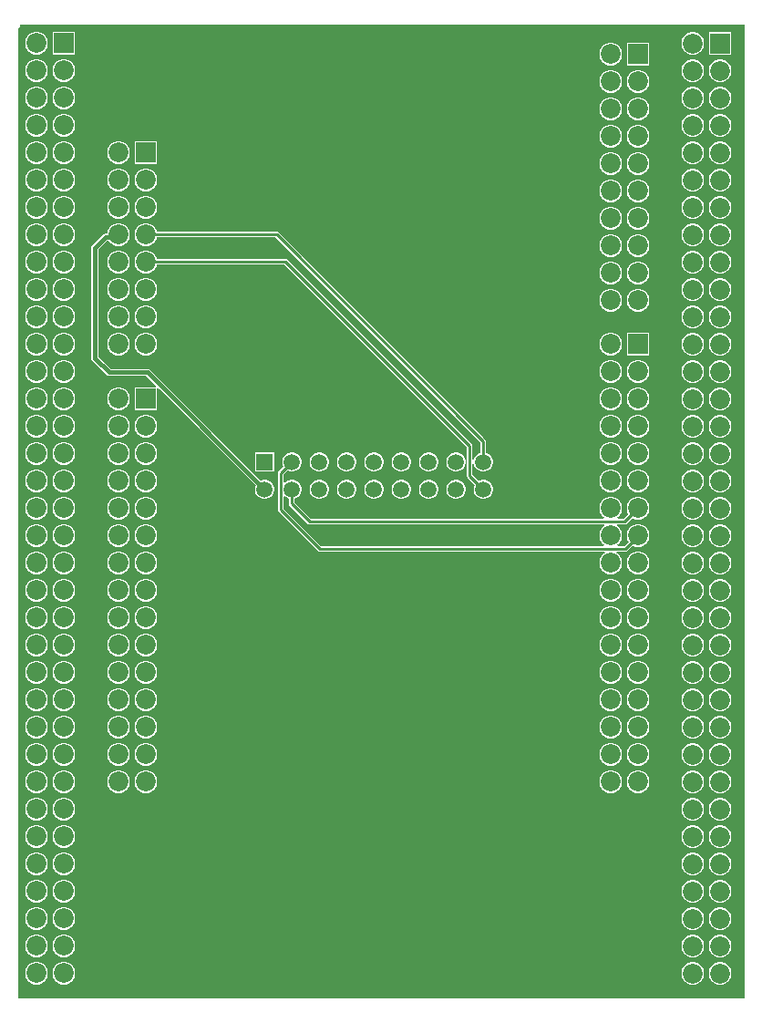
<source format=gtl>
G04*
G04 #@! TF.GenerationSoftware,Altium Limited,Altium Designer,21.9.2 (33)*
G04*
G04 Layer_Physical_Order=1*
G04 Layer_Color=255*
%FSTAX24Y24*%
%MOIN*%
G70*
G04*
G04 #@! TF.SameCoordinates,13D17465-D8B6-41DB-B493-114FC984BDD6*
G04*
G04*
G04 #@! TF.FilePolarity,Positive*
G04*
G01*
G75*
%ADD15C,0.0150*%
%ADD16C,0.0100*%
%ADD17R,0.0728X0.0728*%
%ADD18C,0.0728*%
%ADD19C,0.0598*%
%ADD20R,0.0598X0.0598*%
G36*
X010124Y049914D02*
X036553D01*
Y0143D01*
X01D01*
Y049792D01*
X010061Y049853D01*
Y049912D01*
X010107Y049931D01*
X010124Y049914D01*
D02*
G37*
%LPC*%
G36*
X012084Y049649D02*
X011255D01*
Y048821D01*
X012084D01*
Y049649D01*
D02*
G37*
G36*
X010724D02*
X010615D01*
X01051Y049621D01*
X010415Y049566D01*
X010338Y049489D01*
X010283Y049395D01*
X010255Y049289D01*
Y04918D01*
X010283Y049075D01*
X010338Y048981D01*
X010415Y048903D01*
X01051Y048849D01*
X010615Y048821D01*
X010724D01*
X010829Y048849D01*
X010924Y048903D01*
X011001Y048981D01*
X011055Y049075D01*
X011084Y04918D01*
Y049289D01*
X011055Y049395D01*
X011001Y049489D01*
X010924Y049566D01*
X010829Y049621D01*
X010724Y049649D01*
D02*
G37*
G36*
X036084Y049639D02*
X035255D01*
Y048811D01*
X036084D01*
Y049639D01*
D02*
G37*
G36*
X034724D02*
X034615D01*
X03451Y049611D01*
X034415Y049556D01*
X034338Y049479D01*
X034283Y049385D01*
X034255Y04928D01*
Y049171D01*
X034283Y049065D01*
X034338Y048971D01*
X034415Y048894D01*
X03451Y048839D01*
X034615Y048811D01*
X034724D01*
X034829Y048839D01*
X034924Y048894D01*
X035001Y048971D01*
X035055Y049065D01*
X035084Y049171D01*
Y04928D01*
X035055Y049385D01*
X035001Y049479D01*
X034924Y049556D01*
X034829Y049611D01*
X034724Y049639D01*
D02*
G37*
G36*
X033084Y049249D02*
X032255D01*
Y048421D01*
X033084D01*
Y049249D01*
D02*
G37*
G36*
X031724D02*
X031615D01*
X03151Y049221D01*
X031415Y049166D01*
X031338Y049089D01*
X031283Y048995D01*
X031255Y048889D01*
Y04878D01*
X031283Y048675D01*
X031338Y048581D01*
X031415Y048503D01*
X03151Y048449D01*
X031615Y048421D01*
X031724D01*
X031829Y048449D01*
X031924Y048503D01*
X032001Y048581D01*
X032055Y048675D01*
X032084Y04878D01*
Y048889D01*
X032055Y048995D01*
X032001Y049089D01*
X031924Y049166D01*
X031829Y049221D01*
X031724Y049249D01*
D02*
G37*
G36*
X011724Y048649D02*
X011615D01*
X01151Y048621D01*
X011415Y048566D01*
X011338Y048489D01*
X011283Y048395D01*
X011255Y048289D01*
Y04818D01*
X011283Y048075D01*
X011338Y047981D01*
X011415Y047903D01*
X01151Y047849D01*
X011615Y047821D01*
X011724D01*
X011829Y047849D01*
X011924Y047903D01*
X012001Y047981D01*
X012055Y048075D01*
X012084Y04818D01*
Y048289D01*
X012055Y048395D01*
X012001Y048489D01*
X011924Y048566D01*
X011829Y048621D01*
X011724Y048649D01*
D02*
G37*
G36*
X010724D02*
X010615D01*
X01051Y048621D01*
X010415Y048566D01*
X010338Y048489D01*
X010283Y048395D01*
X010255Y048289D01*
Y04818D01*
X010283Y048075D01*
X010338Y047981D01*
X010415Y047903D01*
X01051Y047849D01*
X010615Y047821D01*
X010724D01*
X010829Y047849D01*
X010924Y047903D01*
X011001Y047981D01*
X011055Y048075D01*
X011084Y04818D01*
Y048289D01*
X011055Y048395D01*
X011001Y048489D01*
X010924Y048566D01*
X010829Y048621D01*
X010724Y048649D01*
D02*
G37*
G36*
X035724Y048639D02*
X035615D01*
X03551Y048611D01*
X035415Y048556D01*
X035338Y048479D01*
X035283Y048385D01*
X035255Y04828D01*
Y048171D01*
X035283Y048065D01*
X035338Y047971D01*
X035415Y047894D01*
X03551Y047839D01*
X035615Y047811D01*
X035724D01*
X035829Y047839D01*
X035924Y047894D01*
X036001Y047971D01*
X036055Y048065D01*
X036084Y048171D01*
Y04828D01*
X036055Y048385D01*
X036001Y048479D01*
X035924Y048556D01*
X035829Y048611D01*
X035724Y048639D01*
D02*
G37*
G36*
X034724D02*
X034615D01*
X03451Y048611D01*
X034415Y048556D01*
X034338Y048479D01*
X034283Y048385D01*
X034255Y04828D01*
Y048171D01*
X034283Y048065D01*
X034338Y047971D01*
X034415Y047894D01*
X03451Y047839D01*
X034615Y047811D01*
X034724D01*
X034829Y047839D01*
X034924Y047894D01*
X035001Y047971D01*
X035055Y048065D01*
X035084Y048171D01*
Y04828D01*
X035055Y048385D01*
X035001Y048479D01*
X034924Y048556D01*
X034829Y048611D01*
X034724Y048639D01*
D02*
G37*
G36*
X032724Y048249D02*
X032615D01*
X03251Y048221D01*
X032415Y048166D01*
X032338Y048089D01*
X032283Y047995D01*
X032255Y047889D01*
Y04778D01*
X032283Y047675D01*
X032338Y047581D01*
X032415Y047503D01*
X03251Y047449D01*
X032615Y047421D01*
X032724D01*
X032829Y047449D01*
X032924Y047503D01*
X033001Y047581D01*
X033055Y047675D01*
X033084Y04778D01*
Y047889D01*
X033055Y047995D01*
X033001Y048089D01*
X032924Y048166D01*
X032829Y048221D01*
X032724Y048249D01*
D02*
G37*
G36*
X031724D02*
X031615D01*
X03151Y048221D01*
X031415Y048166D01*
X031338Y048089D01*
X031283Y047995D01*
X031255Y047889D01*
Y04778D01*
X031283Y047675D01*
X031338Y047581D01*
X031415Y047503D01*
X03151Y047449D01*
X031615Y047421D01*
X031724D01*
X031829Y047449D01*
X031924Y047503D01*
X032001Y047581D01*
X032055Y047675D01*
X032084Y04778D01*
Y047889D01*
X032055Y047995D01*
X032001Y048089D01*
X031924Y048166D01*
X031829Y048221D01*
X031724Y048249D01*
D02*
G37*
G36*
X011724Y047649D02*
X011615D01*
X01151Y047621D01*
X011415Y047566D01*
X011338Y047489D01*
X011283Y047395D01*
X011255Y047289D01*
Y04718D01*
X011283Y047075D01*
X011338Y046981D01*
X011415Y046904D01*
X01151Y046849D01*
X011615Y046821D01*
X011724D01*
X011829Y046849D01*
X011924Y046904D01*
X012001Y046981D01*
X012055Y047075D01*
X012084Y04718D01*
Y047289D01*
X012055Y047395D01*
X012001Y047489D01*
X011924Y047566D01*
X011829Y047621D01*
X011724Y047649D01*
D02*
G37*
G36*
X010724D02*
X010615D01*
X01051Y047621D01*
X010415Y047566D01*
X010338Y047489D01*
X010283Y047395D01*
X010255Y047289D01*
Y04718D01*
X010283Y047075D01*
X010338Y046981D01*
X010415Y046904D01*
X01051Y046849D01*
X010615Y046821D01*
X010724D01*
X010829Y046849D01*
X010924Y046904D01*
X011001Y046981D01*
X011055Y047075D01*
X011084Y04718D01*
Y047289D01*
X011055Y047395D01*
X011001Y047489D01*
X010924Y047566D01*
X010829Y047621D01*
X010724Y047649D01*
D02*
G37*
G36*
X035724Y047639D02*
X035615D01*
X03551Y047611D01*
X035415Y047557D01*
X035338Y047479D01*
X035283Y047385D01*
X035255Y04728D01*
Y047171D01*
X035283Y047065D01*
X035338Y046971D01*
X035415Y046894D01*
X03551Y046839D01*
X035615Y046811D01*
X035724D01*
X035829Y046839D01*
X035924Y046894D01*
X036001Y046971D01*
X036055Y047065D01*
X036084Y047171D01*
Y04728D01*
X036055Y047385D01*
X036001Y047479D01*
X035924Y047557D01*
X035829Y047611D01*
X035724Y047639D01*
D02*
G37*
G36*
X034724D02*
X034615D01*
X03451Y047611D01*
X034415Y047557D01*
X034338Y047479D01*
X034283Y047385D01*
X034255Y04728D01*
Y047171D01*
X034283Y047065D01*
X034338Y046971D01*
X034415Y046894D01*
X03451Y046839D01*
X034615Y046811D01*
X034724D01*
X034829Y046839D01*
X034924Y046894D01*
X035001Y046971D01*
X035055Y047065D01*
X035084Y047171D01*
Y04728D01*
X035055Y047385D01*
X035001Y047479D01*
X034924Y047557D01*
X034829Y047611D01*
X034724Y047639D01*
D02*
G37*
G36*
X032724Y047249D02*
X032615D01*
X03251Y047221D01*
X032415Y047166D01*
X032338Y047089D01*
X032283Y046995D01*
X032255Y046889D01*
Y04678D01*
X032283Y046675D01*
X032338Y046581D01*
X032415Y046504D01*
X03251Y046449D01*
X032615Y046421D01*
X032724D01*
X032829Y046449D01*
X032924Y046504D01*
X033001Y046581D01*
X033055Y046675D01*
X033084Y04678D01*
Y046889D01*
X033055Y046995D01*
X033001Y047089D01*
X032924Y047166D01*
X032829Y047221D01*
X032724Y047249D01*
D02*
G37*
G36*
X031724D02*
X031615D01*
X03151Y047221D01*
X031415Y047166D01*
X031338Y047089D01*
X031283Y046995D01*
X031255Y046889D01*
Y04678D01*
X031283Y046675D01*
X031338Y046581D01*
X031415Y046504D01*
X03151Y046449D01*
X031615Y046421D01*
X031724D01*
X031829Y046449D01*
X031924Y046504D01*
X032001Y046581D01*
X032055Y046675D01*
X032084Y04678D01*
Y046889D01*
X032055Y046995D01*
X032001Y047089D01*
X031924Y047166D01*
X031829Y047221D01*
X031724Y047249D01*
D02*
G37*
G36*
X011724Y046649D02*
X011615D01*
X01151Y046621D01*
X011415Y046566D01*
X011338Y046489D01*
X011283Y046395D01*
X011255Y046289D01*
Y04618D01*
X011283Y046075D01*
X011338Y045981D01*
X011415Y045904D01*
X01151Y045849D01*
X011615Y045821D01*
X011724D01*
X011829Y045849D01*
X011924Y045904D01*
X012001Y045981D01*
X012055Y046075D01*
X012084Y04618D01*
Y046289D01*
X012055Y046395D01*
X012001Y046489D01*
X011924Y046566D01*
X011829Y046621D01*
X011724Y046649D01*
D02*
G37*
G36*
X010724D02*
X010615D01*
X01051Y046621D01*
X010415Y046566D01*
X010338Y046489D01*
X010283Y046395D01*
X010255Y046289D01*
Y04618D01*
X010283Y046075D01*
X010338Y045981D01*
X010415Y045904D01*
X01051Y045849D01*
X010615Y045821D01*
X010724D01*
X010829Y045849D01*
X010924Y045904D01*
X011001Y045981D01*
X011055Y046075D01*
X011084Y04618D01*
Y046289D01*
X011055Y046395D01*
X011001Y046489D01*
X010924Y046566D01*
X010829Y046621D01*
X010724Y046649D01*
D02*
G37*
G36*
X035724Y046639D02*
X035615D01*
X03551Y046611D01*
X035415Y046557D01*
X035338Y046479D01*
X035283Y046385D01*
X035255Y04628D01*
Y046171D01*
X035283Y046065D01*
X035338Y045971D01*
X035415Y045894D01*
X03551Y045839D01*
X035615Y045811D01*
X035724D01*
X035829Y045839D01*
X035924Y045894D01*
X036001Y045971D01*
X036055Y046065D01*
X036084Y046171D01*
Y04628D01*
X036055Y046385D01*
X036001Y046479D01*
X035924Y046557D01*
X035829Y046611D01*
X035724Y046639D01*
D02*
G37*
G36*
X034724D02*
X034615D01*
X03451Y046611D01*
X034415Y046557D01*
X034338Y046479D01*
X034283Y046385D01*
X034255Y04628D01*
Y046171D01*
X034283Y046065D01*
X034338Y045971D01*
X034415Y045894D01*
X03451Y045839D01*
X034615Y045811D01*
X034724D01*
X034829Y045839D01*
X034924Y045894D01*
X035001Y045971D01*
X035055Y046065D01*
X035084Y046171D01*
Y04628D01*
X035055Y046385D01*
X035001Y046479D01*
X034924Y046557D01*
X034829Y046611D01*
X034724Y046639D01*
D02*
G37*
G36*
X032724Y046249D02*
X032615D01*
X03251Y046221D01*
X032415Y046166D01*
X032338Y046089D01*
X032283Y045995D01*
X032255Y045889D01*
Y04578D01*
X032283Y045675D01*
X032338Y045581D01*
X032415Y045504D01*
X03251Y045449D01*
X032615Y045421D01*
X032724D01*
X032829Y045449D01*
X032924Y045504D01*
X033001Y045581D01*
X033055Y045675D01*
X033084Y04578D01*
Y045889D01*
X033055Y045995D01*
X033001Y046089D01*
X032924Y046166D01*
X032829Y046221D01*
X032724Y046249D01*
D02*
G37*
G36*
X031724D02*
X031615D01*
X03151Y046221D01*
X031415Y046166D01*
X031338Y046089D01*
X031283Y045995D01*
X031255Y045889D01*
Y04578D01*
X031283Y045675D01*
X031338Y045581D01*
X031415Y045504D01*
X03151Y045449D01*
X031615Y045421D01*
X031724D01*
X031829Y045449D01*
X031924Y045504D01*
X032001Y045581D01*
X032055Y045675D01*
X032084Y04578D01*
Y045889D01*
X032055Y045995D01*
X032001Y046089D01*
X031924Y046166D01*
X031829Y046221D01*
X031724Y046249D01*
D02*
G37*
G36*
X015084Y045649D02*
X014255D01*
Y044821D01*
X015084D01*
Y045649D01*
D02*
G37*
G36*
X013724D02*
X013615D01*
X01351Y045621D01*
X013415Y045566D01*
X013338Y045489D01*
X013283Y045395D01*
X013255Y045289D01*
Y04518D01*
X013283Y045075D01*
X013338Y044981D01*
X013415Y044903D01*
X01351Y044849D01*
X013615Y044821D01*
X013724D01*
X013829Y044849D01*
X013924Y044903D01*
X014001Y044981D01*
X014055Y045075D01*
X014084Y04518D01*
Y045289D01*
X014055Y045395D01*
X014001Y045489D01*
X013924Y045566D01*
X013829Y045621D01*
X013724Y045649D01*
D02*
G37*
G36*
X011724D02*
X011615D01*
X01151Y045621D01*
X011415Y045566D01*
X011338Y045489D01*
X011283Y045395D01*
X011255Y045289D01*
Y04518D01*
X011283Y045075D01*
X011338Y044981D01*
X011415Y044903D01*
X01151Y044849D01*
X011615Y044821D01*
X011724D01*
X011829Y044849D01*
X011924Y044903D01*
X012001Y044981D01*
X012055Y045075D01*
X012084Y04518D01*
Y045289D01*
X012055Y045395D01*
X012001Y045489D01*
X011924Y045566D01*
X011829Y045621D01*
X011724Y045649D01*
D02*
G37*
G36*
X010724D02*
X010615D01*
X01051Y045621D01*
X010415Y045566D01*
X010338Y045489D01*
X010283Y045395D01*
X010255Y045289D01*
Y04518D01*
X010283Y045075D01*
X010338Y044981D01*
X010415Y044903D01*
X01051Y044849D01*
X010615Y044821D01*
X010724D01*
X010829Y044849D01*
X010924Y044903D01*
X011001Y044981D01*
X011055Y045075D01*
X011084Y04518D01*
Y045289D01*
X011055Y045395D01*
X011001Y045489D01*
X010924Y045566D01*
X010829Y045621D01*
X010724Y045649D01*
D02*
G37*
G36*
X035724Y045639D02*
X035615D01*
X03551Y045611D01*
X035415Y045557D01*
X035338Y045479D01*
X035283Y045385D01*
X035255Y04528D01*
Y045171D01*
X035283Y045065D01*
X035338Y044971D01*
X035415Y044894D01*
X03551Y044839D01*
X035615Y044811D01*
X035724D01*
X035829Y044839D01*
X035924Y044894D01*
X036001Y044971D01*
X036055Y045065D01*
X036084Y045171D01*
Y04528D01*
X036055Y045385D01*
X036001Y045479D01*
X035924Y045557D01*
X035829Y045611D01*
X035724Y045639D01*
D02*
G37*
G36*
X034724D02*
X034615D01*
X03451Y045611D01*
X034415Y045557D01*
X034338Y045479D01*
X034283Y045385D01*
X034255Y04528D01*
Y045171D01*
X034283Y045065D01*
X034338Y044971D01*
X034415Y044894D01*
X03451Y044839D01*
X034615Y044811D01*
X034724D01*
X034829Y044839D01*
X034924Y044894D01*
X035001Y044971D01*
X035055Y045065D01*
X035084Y045171D01*
Y04528D01*
X035055Y045385D01*
X035001Y045479D01*
X034924Y045557D01*
X034829Y045611D01*
X034724Y045639D01*
D02*
G37*
G36*
X032724Y045249D02*
X032615D01*
X03251Y045221D01*
X032415Y045166D01*
X032338Y045089D01*
X032283Y044995D01*
X032255Y044889D01*
Y04478D01*
X032283Y044675D01*
X032338Y044581D01*
X032415Y044503D01*
X03251Y044449D01*
X032615Y044421D01*
X032724D01*
X032829Y044449D01*
X032924Y044503D01*
X033001Y044581D01*
X033055Y044675D01*
X033084Y04478D01*
Y044889D01*
X033055Y044995D01*
X033001Y045089D01*
X032924Y045166D01*
X032829Y045221D01*
X032724Y045249D01*
D02*
G37*
G36*
X031724D02*
X031615D01*
X03151Y045221D01*
X031415Y045166D01*
X031338Y045089D01*
X031283Y044995D01*
X031255Y044889D01*
Y04478D01*
X031283Y044675D01*
X031338Y044581D01*
X031415Y044503D01*
X03151Y044449D01*
X031615Y044421D01*
X031724D01*
X031829Y044449D01*
X031924Y044503D01*
X032001Y044581D01*
X032055Y044675D01*
X032084Y04478D01*
Y044889D01*
X032055Y044995D01*
X032001Y045089D01*
X031924Y045166D01*
X031829Y045221D01*
X031724Y045249D01*
D02*
G37*
G36*
X014724Y044649D02*
X014615D01*
X01451Y044621D01*
X014415Y044566D01*
X014338Y044489D01*
X014283Y044395D01*
X014255Y044289D01*
Y04418D01*
X014283Y044075D01*
X014338Y043981D01*
X014415Y043903D01*
X01451Y043849D01*
X014615Y043821D01*
X014724D01*
X014829Y043849D01*
X014924Y043903D01*
X015001Y043981D01*
X015055Y044075D01*
X015084Y04418D01*
Y044289D01*
X015055Y044395D01*
X015001Y044489D01*
X014924Y044566D01*
X014829Y044621D01*
X014724Y044649D01*
D02*
G37*
G36*
X013724D02*
X013615D01*
X01351Y044621D01*
X013415Y044566D01*
X013338Y044489D01*
X013283Y044395D01*
X013255Y044289D01*
Y04418D01*
X013283Y044075D01*
X013338Y043981D01*
X013415Y043903D01*
X01351Y043849D01*
X013615Y043821D01*
X013724D01*
X013829Y043849D01*
X013924Y043903D01*
X014001Y043981D01*
X014055Y044075D01*
X014084Y04418D01*
Y044289D01*
X014055Y044395D01*
X014001Y044489D01*
X013924Y044566D01*
X013829Y044621D01*
X013724Y044649D01*
D02*
G37*
G36*
X011724D02*
X011615D01*
X01151Y044621D01*
X011415Y044566D01*
X011338Y044489D01*
X011283Y044395D01*
X011255Y044289D01*
Y04418D01*
X011283Y044075D01*
X011338Y043981D01*
X011415Y043903D01*
X01151Y043849D01*
X011615Y043821D01*
X011724D01*
X011829Y043849D01*
X011924Y043903D01*
X012001Y043981D01*
X012055Y044075D01*
X012084Y04418D01*
Y044289D01*
X012055Y044395D01*
X012001Y044489D01*
X011924Y044566D01*
X011829Y044621D01*
X011724Y044649D01*
D02*
G37*
G36*
X010724D02*
X010615D01*
X01051Y044621D01*
X010415Y044566D01*
X010338Y044489D01*
X010283Y044395D01*
X010255Y044289D01*
Y04418D01*
X010283Y044075D01*
X010338Y043981D01*
X010415Y043903D01*
X01051Y043849D01*
X010615Y043821D01*
X010724D01*
X010829Y043849D01*
X010924Y043903D01*
X011001Y043981D01*
X011055Y044075D01*
X011084Y04418D01*
Y044289D01*
X011055Y044395D01*
X011001Y044489D01*
X010924Y044566D01*
X010829Y044621D01*
X010724Y044649D01*
D02*
G37*
G36*
X035724Y044639D02*
X035615D01*
X03551Y044611D01*
X035415Y044556D01*
X035338Y044479D01*
X035283Y044385D01*
X035255Y04428D01*
Y044171D01*
X035283Y044065D01*
X035338Y043971D01*
X035415Y043894D01*
X03551Y043839D01*
X035615Y043811D01*
X035724D01*
X035829Y043839D01*
X035924Y043894D01*
X036001Y043971D01*
X036055Y044065D01*
X036084Y044171D01*
Y04428D01*
X036055Y044385D01*
X036001Y044479D01*
X035924Y044556D01*
X035829Y044611D01*
X035724Y044639D01*
D02*
G37*
G36*
X034724D02*
X034615D01*
X03451Y044611D01*
X034415Y044556D01*
X034338Y044479D01*
X034283Y044385D01*
X034255Y04428D01*
Y044171D01*
X034283Y044065D01*
X034338Y043971D01*
X034415Y043894D01*
X03451Y043839D01*
X034615Y043811D01*
X034724D01*
X034829Y043839D01*
X034924Y043894D01*
X035001Y043971D01*
X035055Y044065D01*
X035084Y044171D01*
Y04428D01*
X035055Y044385D01*
X035001Y044479D01*
X034924Y044556D01*
X034829Y044611D01*
X034724Y044639D01*
D02*
G37*
G36*
X032724Y044249D02*
X032615D01*
X03251Y044221D01*
X032415Y044166D01*
X032338Y044089D01*
X032283Y043995D01*
X032255Y043889D01*
Y04378D01*
X032283Y043675D01*
X032338Y043581D01*
X032415Y043503D01*
X03251Y043449D01*
X032615Y043421D01*
X032724D01*
X032829Y043449D01*
X032924Y043503D01*
X033001Y043581D01*
X033055Y043675D01*
X033084Y04378D01*
Y043889D01*
X033055Y043995D01*
X033001Y044089D01*
X032924Y044166D01*
X032829Y044221D01*
X032724Y044249D01*
D02*
G37*
G36*
X031724D02*
X031615D01*
X03151Y044221D01*
X031415Y044166D01*
X031338Y044089D01*
X031283Y043995D01*
X031255Y043889D01*
Y04378D01*
X031283Y043675D01*
X031338Y043581D01*
X031415Y043503D01*
X03151Y043449D01*
X031615Y043421D01*
X031724D01*
X031829Y043449D01*
X031924Y043503D01*
X032001Y043581D01*
X032055Y043675D01*
X032084Y04378D01*
Y043889D01*
X032055Y043995D01*
X032001Y044089D01*
X031924Y044166D01*
X031829Y044221D01*
X031724Y044249D01*
D02*
G37*
G36*
X014724Y043649D02*
X014615D01*
X01451Y043621D01*
X014415Y043566D01*
X014338Y043489D01*
X014283Y043395D01*
X014255Y043289D01*
Y04318D01*
X014283Y043075D01*
X014338Y042981D01*
X014415Y042903D01*
X01451Y042849D01*
X014615Y042821D01*
X014724D01*
X014829Y042849D01*
X014924Y042903D01*
X015001Y042981D01*
X015055Y043075D01*
X015084Y04318D01*
Y043289D01*
X015055Y043395D01*
X015001Y043489D01*
X014924Y043566D01*
X014829Y043621D01*
X014724Y043649D01*
D02*
G37*
G36*
X013724D02*
X013615D01*
X01351Y043621D01*
X013415Y043566D01*
X013338Y043489D01*
X013283Y043395D01*
X013255Y043289D01*
Y04318D01*
X013283Y043075D01*
X013338Y042981D01*
X013415Y042903D01*
X01351Y042849D01*
X013615Y042821D01*
X013724D01*
X013829Y042849D01*
X013924Y042903D01*
X014001Y042981D01*
X014055Y043075D01*
X014084Y04318D01*
Y043289D01*
X014055Y043395D01*
X014001Y043489D01*
X013924Y043566D01*
X013829Y043621D01*
X013724Y043649D01*
D02*
G37*
G36*
X011724D02*
X011615D01*
X01151Y043621D01*
X011415Y043566D01*
X011338Y043489D01*
X011283Y043395D01*
X011255Y043289D01*
Y04318D01*
X011283Y043075D01*
X011338Y042981D01*
X011415Y042903D01*
X01151Y042849D01*
X011615Y042821D01*
X011724D01*
X011829Y042849D01*
X011924Y042903D01*
X012001Y042981D01*
X012055Y043075D01*
X012084Y04318D01*
Y043289D01*
X012055Y043395D01*
X012001Y043489D01*
X011924Y043566D01*
X011829Y043621D01*
X011724Y043649D01*
D02*
G37*
G36*
X010724D02*
X010615D01*
X01051Y043621D01*
X010415Y043566D01*
X010338Y043489D01*
X010283Y043395D01*
X010255Y043289D01*
Y04318D01*
X010283Y043075D01*
X010338Y042981D01*
X010415Y042903D01*
X01051Y042849D01*
X010615Y042821D01*
X010724D01*
X010829Y042849D01*
X010924Y042903D01*
X011001Y042981D01*
X011055Y043075D01*
X011084Y04318D01*
Y043289D01*
X011055Y043395D01*
X011001Y043489D01*
X010924Y043566D01*
X010829Y043621D01*
X010724Y043649D01*
D02*
G37*
G36*
X035724Y043639D02*
X035615D01*
X03551Y043611D01*
X035415Y043556D01*
X035338Y043479D01*
X035283Y043385D01*
X035255Y04328D01*
Y043171D01*
X035283Y043065D01*
X035338Y042971D01*
X035415Y042894D01*
X03551Y042839D01*
X035615Y042811D01*
X035724D01*
X035829Y042839D01*
X035924Y042894D01*
X036001Y042971D01*
X036055Y043065D01*
X036084Y043171D01*
Y04328D01*
X036055Y043385D01*
X036001Y043479D01*
X035924Y043556D01*
X035829Y043611D01*
X035724Y043639D01*
D02*
G37*
G36*
X034724D02*
X034615D01*
X03451Y043611D01*
X034415Y043556D01*
X034338Y043479D01*
X034283Y043385D01*
X034255Y04328D01*
Y043171D01*
X034283Y043065D01*
X034338Y042971D01*
X034415Y042894D01*
X03451Y042839D01*
X034615Y042811D01*
X034724D01*
X034829Y042839D01*
X034924Y042894D01*
X035001Y042971D01*
X035055Y043065D01*
X035084Y043171D01*
Y04328D01*
X035055Y043385D01*
X035001Y043479D01*
X034924Y043556D01*
X034829Y043611D01*
X034724Y043639D01*
D02*
G37*
G36*
X032724Y043249D02*
X032615D01*
X03251Y043221D01*
X032415Y043166D01*
X032338Y043089D01*
X032283Y042995D01*
X032255Y042889D01*
Y04278D01*
X032283Y042675D01*
X032338Y042581D01*
X032415Y042503D01*
X03251Y042449D01*
X032615Y042421D01*
X032724D01*
X032829Y042449D01*
X032924Y042503D01*
X033001Y042581D01*
X033055Y042675D01*
X033084Y04278D01*
Y042889D01*
X033055Y042995D01*
X033001Y043089D01*
X032924Y043166D01*
X032829Y043221D01*
X032724Y043249D01*
D02*
G37*
G36*
X031724D02*
X031615D01*
X03151Y043221D01*
X031415Y043166D01*
X031338Y043089D01*
X031283Y042995D01*
X031255Y042889D01*
Y04278D01*
X031283Y042675D01*
X031338Y042581D01*
X031415Y042503D01*
X03151Y042449D01*
X031615Y042421D01*
X031724D01*
X031829Y042449D01*
X031924Y042503D01*
X032001Y042581D01*
X032055Y042675D01*
X032084Y04278D01*
Y042889D01*
X032055Y042995D01*
X032001Y043089D01*
X031924Y043166D01*
X031829Y043221D01*
X031724Y043249D01*
D02*
G37*
G36*
X013724Y042649D02*
X013615D01*
X01351Y042621D01*
X013415Y042566D01*
X013338Y042489D01*
X013283Y042395D01*
X013255Y042289D01*
Y042286D01*
X013213D01*
X013164Y042276D01*
X013123Y042249D01*
X012711Y041838D01*
X012684Y041796D01*
X012674Y041747D01*
Y037722D01*
X012684Y037673D01*
X012711Y037631D01*
X013237Y037106D01*
X013279Y037078D01*
X013327Y037068D01*
X014682D01*
X015051Y036699D01*
X015031Y036649D01*
X014255D01*
Y035821D01*
X015084D01*
Y036596D01*
X015134Y036617D01*
X018686Y033065D01*
X018682Y033058D01*
X018658Y032969D01*
Y032878D01*
X018682Y032789D01*
X018728Y032709D01*
X018793Y032644D01*
X018873Y032598D01*
X018961Y032574D01*
X019053D01*
X019142Y032598D01*
X019222Y032644D01*
X019287Y032709D01*
X019333Y032789D01*
X019357Y032878D01*
Y032969D01*
X019333Y033058D01*
X019287Y033138D01*
X019222Y033203D01*
X019142Y033249D01*
X019053Y033273D01*
X018961D01*
X018873Y033249D01*
X018866Y033245D01*
X014825Y037286D01*
X014784Y037314D01*
X014735Y037323D01*
X01338D01*
X012929Y037774D01*
Y041695D01*
X013263Y042028D01*
X013313Y042024D01*
X013338Y041981D01*
X013415Y041904D01*
X01351Y041849D01*
X013615Y041821D01*
X013724D01*
X013829Y041849D01*
X013924Y041904D01*
X014001Y041981D01*
X014055Y042075D01*
X014084Y04218D01*
Y042289D01*
X014055Y042395D01*
X014001Y042489D01*
X013924Y042566D01*
X013829Y042621D01*
X013724Y042649D01*
D02*
G37*
G36*
X011724D02*
X011615D01*
X01151Y042621D01*
X011415Y042566D01*
X011338Y042489D01*
X011283Y042395D01*
X011255Y042289D01*
Y04218D01*
X011283Y042075D01*
X011338Y041981D01*
X011415Y041904D01*
X01151Y041849D01*
X011615Y041821D01*
X011724D01*
X011829Y041849D01*
X011924Y041904D01*
X012001Y041981D01*
X012055Y042075D01*
X012084Y04218D01*
Y042289D01*
X012055Y042395D01*
X012001Y042489D01*
X011924Y042566D01*
X011829Y042621D01*
X011724Y042649D01*
D02*
G37*
G36*
X010724D02*
X010615D01*
X01051Y042621D01*
X010415Y042566D01*
X010338Y042489D01*
X010283Y042395D01*
X010255Y042289D01*
Y04218D01*
X010283Y042075D01*
X010338Y041981D01*
X010415Y041904D01*
X01051Y041849D01*
X010615Y041821D01*
X010724D01*
X010829Y041849D01*
X010924Y041904D01*
X011001Y041981D01*
X011055Y042075D01*
X011084Y04218D01*
Y042289D01*
X011055Y042395D01*
X011001Y042489D01*
X010924Y042566D01*
X010829Y042621D01*
X010724Y042649D01*
D02*
G37*
G36*
X035724Y042639D02*
X035615D01*
X03551Y042611D01*
X035415Y042557D01*
X035338Y042479D01*
X035283Y042385D01*
X035255Y04228D01*
Y042171D01*
X035283Y042065D01*
X035338Y041971D01*
X035415Y041894D01*
X03551Y041839D01*
X035615Y041811D01*
X035724D01*
X035829Y041839D01*
X035924Y041894D01*
X036001Y041971D01*
X036055Y042065D01*
X036084Y042171D01*
Y04228D01*
X036055Y042385D01*
X036001Y042479D01*
X035924Y042557D01*
X035829Y042611D01*
X035724Y042639D01*
D02*
G37*
G36*
X034724D02*
X034615D01*
X03451Y042611D01*
X034415Y042557D01*
X034338Y042479D01*
X034283Y042385D01*
X034255Y04228D01*
Y042171D01*
X034283Y042065D01*
X034338Y041971D01*
X034415Y041894D01*
X03451Y041839D01*
X034615Y041811D01*
X034724D01*
X034829Y041839D01*
X034924Y041894D01*
X035001Y041971D01*
X035055Y042065D01*
X035084Y042171D01*
Y04228D01*
X035055Y042385D01*
X035001Y042479D01*
X034924Y042557D01*
X034829Y042611D01*
X034724Y042639D01*
D02*
G37*
G36*
X032724Y042249D02*
X032615D01*
X03251Y042221D01*
X032415Y042166D01*
X032338Y042089D01*
X032283Y041995D01*
X032255Y041889D01*
Y04178D01*
X032283Y041675D01*
X032338Y041581D01*
X032415Y041504D01*
X03251Y041449D01*
X032615Y041421D01*
X032724D01*
X032829Y041449D01*
X032924Y041504D01*
X033001Y041581D01*
X033055Y041675D01*
X033084Y04178D01*
Y041889D01*
X033055Y041995D01*
X033001Y042089D01*
X032924Y042166D01*
X032829Y042221D01*
X032724Y042249D01*
D02*
G37*
G36*
X031724D02*
X031615D01*
X03151Y042221D01*
X031415Y042166D01*
X031338Y042089D01*
X031283Y041995D01*
X031255Y041889D01*
Y04178D01*
X031283Y041675D01*
X031338Y041581D01*
X031415Y041504D01*
X03151Y041449D01*
X031615Y041421D01*
X031724D01*
X031829Y041449D01*
X031924Y041504D01*
X032001Y041581D01*
X032055Y041675D01*
X032084Y04178D01*
Y041889D01*
X032055Y041995D01*
X032001Y042089D01*
X031924Y042166D01*
X031829Y042221D01*
X031724Y042249D01*
D02*
G37*
G36*
X013724Y041649D02*
X013615D01*
X01351Y041621D01*
X013415Y041566D01*
X013338Y041489D01*
X013283Y041395D01*
X013255Y041289D01*
Y04118D01*
X013283Y041075D01*
X013338Y040981D01*
X013415Y040904D01*
X01351Y040849D01*
X013615Y040821D01*
X013724D01*
X013829Y040849D01*
X013924Y040904D01*
X014001Y040981D01*
X014055Y041075D01*
X014084Y04118D01*
Y041289D01*
X014055Y041395D01*
X014001Y041489D01*
X013924Y041566D01*
X013829Y041621D01*
X013724Y041649D01*
D02*
G37*
G36*
X011724D02*
X011615D01*
X01151Y041621D01*
X011415Y041566D01*
X011338Y041489D01*
X011283Y041395D01*
X011255Y041289D01*
Y04118D01*
X011283Y041075D01*
X011338Y040981D01*
X011415Y040904D01*
X01151Y040849D01*
X011615Y040821D01*
X011724D01*
X011829Y040849D01*
X011924Y040904D01*
X012001Y040981D01*
X012055Y041075D01*
X012084Y04118D01*
Y041289D01*
X012055Y041395D01*
X012001Y041489D01*
X011924Y041566D01*
X011829Y041621D01*
X011724Y041649D01*
D02*
G37*
G36*
X010724D02*
X010615D01*
X01051Y041621D01*
X010415Y041566D01*
X010338Y041489D01*
X010283Y041395D01*
X010255Y041289D01*
Y04118D01*
X010283Y041075D01*
X010338Y040981D01*
X010415Y040904D01*
X01051Y040849D01*
X010615Y040821D01*
X010724D01*
X010829Y040849D01*
X010924Y040904D01*
X011001Y040981D01*
X011055Y041075D01*
X011084Y04118D01*
Y041289D01*
X011055Y041395D01*
X011001Y041489D01*
X010924Y041566D01*
X010829Y041621D01*
X010724Y041649D01*
D02*
G37*
G36*
X035724Y041639D02*
X035615D01*
X03551Y041611D01*
X035415Y041557D01*
X035338Y041479D01*
X035283Y041385D01*
X035255Y04128D01*
Y041171D01*
X035283Y041065D01*
X035338Y040971D01*
X035415Y040894D01*
X03551Y040839D01*
X035615Y040811D01*
X035724D01*
X035829Y040839D01*
X035924Y040894D01*
X036001Y040971D01*
X036055Y041065D01*
X036084Y041171D01*
Y04128D01*
X036055Y041385D01*
X036001Y041479D01*
X035924Y041557D01*
X035829Y041611D01*
X035724Y041639D01*
D02*
G37*
G36*
X034724D02*
X034615D01*
X03451Y041611D01*
X034415Y041557D01*
X034338Y041479D01*
X034283Y041385D01*
X034255Y04128D01*
Y041171D01*
X034283Y041065D01*
X034338Y040971D01*
X034415Y040894D01*
X03451Y040839D01*
X034615Y040811D01*
X034724D01*
X034829Y040839D01*
X034924Y040894D01*
X035001Y040971D01*
X035055Y041065D01*
X035084Y041171D01*
Y04128D01*
X035055Y041385D01*
X035001Y041479D01*
X034924Y041557D01*
X034829Y041611D01*
X034724Y041639D01*
D02*
G37*
G36*
X032724Y041249D02*
X032615D01*
X03251Y041221D01*
X032415Y041166D01*
X032338Y041089D01*
X032283Y040995D01*
X032255Y040889D01*
Y04078D01*
X032283Y040675D01*
X032338Y040581D01*
X032415Y040504D01*
X03251Y040449D01*
X032615Y040421D01*
X032724D01*
X032829Y040449D01*
X032924Y040504D01*
X033001Y040581D01*
X033055Y040675D01*
X033084Y04078D01*
Y040889D01*
X033055Y040995D01*
X033001Y041089D01*
X032924Y041166D01*
X032829Y041221D01*
X032724Y041249D01*
D02*
G37*
G36*
X031724D02*
X031615D01*
X03151Y041221D01*
X031415Y041166D01*
X031338Y041089D01*
X031283Y040995D01*
X031255Y040889D01*
Y04078D01*
X031283Y040675D01*
X031338Y040581D01*
X031415Y040504D01*
X03151Y040449D01*
X031615Y040421D01*
X031724D01*
X031829Y040449D01*
X031924Y040504D01*
X032001Y040581D01*
X032055Y040675D01*
X032084Y04078D01*
Y040889D01*
X032055Y040995D01*
X032001Y041089D01*
X031924Y041166D01*
X031829Y041221D01*
X031724Y041249D01*
D02*
G37*
G36*
X014724Y040649D02*
X014615D01*
X01451Y040621D01*
X014415Y040566D01*
X014338Y040489D01*
X014283Y040395D01*
X014255Y040289D01*
Y04018D01*
X014283Y040075D01*
X014338Y039981D01*
X014415Y039904D01*
X01451Y039849D01*
X014615Y039821D01*
X014724D01*
X014829Y039849D01*
X014924Y039904D01*
X015001Y039981D01*
X015055Y040075D01*
X015084Y04018D01*
Y040289D01*
X015055Y040395D01*
X015001Y040489D01*
X014924Y040566D01*
X014829Y040621D01*
X014724Y040649D01*
D02*
G37*
G36*
X013724D02*
X013615D01*
X01351Y040621D01*
X013415Y040566D01*
X013338Y040489D01*
X013283Y040395D01*
X013255Y040289D01*
Y04018D01*
X013283Y040075D01*
X013338Y039981D01*
X013415Y039904D01*
X01351Y039849D01*
X013615Y039821D01*
X013724D01*
X013829Y039849D01*
X013924Y039904D01*
X014001Y039981D01*
X014055Y040075D01*
X014084Y04018D01*
Y040289D01*
X014055Y040395D01*
X014001Y040489D01*
X013924Y040566D01*
X013829Y040621D01*
X013724Y040649D01*
D02*
G37*
G36*
X011724D02*
X011615D01*
X01151Y040621D01*
X011415Y040566D01*
X011338Y040489D01*
X011283Y040395D01*
X011255Y040289D01*
Y04018D01*
X011283Y040075D01*
X011338Y039981D01*
X011415Y039904D01*
X01151Y039849D01*
X011615Y039821D01*
X011724D01*
X011829Y039849D01*
X011924Y039904D01*
X012001Y039981D01*
X012055Y040075D01*
X012084Y04018D01*
Y040289D01*
X012055Y040395D01*
X012001Y040489D01*
X011924Y040566D01*
X011829Y040621D01*
X011724Y040649D01*
D02*
G37*
G36*
X010724D02*
X010615D01*
X01051Y040621D01*
X010415Y040566D01*
X010338Y040489D01*
X010283Y040395D01*
X010255Y040289D01*
Y04018D01*
X010283Y040075D01*
X010338Y039981D01*
X010415Y039904D01*
X01051Y039849D01*
X010615Y039821D01*
X010724D01*
X010829Y039849D01*
X010924Y039904D01*
X011001Y039981D01*
X011055Y040075D01*
X011084Y04018D01*
Y040289D01*
X011055Y040395D01*
X011001Y040489D01*
X010924Y040566D01*
X010829Y040621D01*
X010724Y040649D01*
D02*
G37*
G36*
X035724Y040639D02*
X035615D01*
X03551Y040611D01*
X035415Y040557D01*
X035338Y040479D01*
X035283Y040385D01*
X035255Y04028D01*
Y040171D01*
X035283Y040065D01*
X035338Y039971D01*
X035415Y039894D01*
X03551Y039839D01*
X035615Y039811D01*
X035724D01*
X035829Y039839D01*
X035924Y039894D01*
X036001Y039971D01*
X036055Y040065D01*
X036084Y040171D01*
Y04028D01*
X036055Y040385D01*
X036001Y040479D01*
X035924Y040557D01*
X035829Y040611D01*
X035724Y040639D01*
D02*
G37*
G36*
X034724D02*
X034615D01*
X03451Y040611D01*
X034415Y040557D01*
X034338Y040479D01*
X034283Y040385D01*
X034255Y04028D01*
Y040171D01*
X034283Y040065D01*
X034338Y039971D01*
X034415Y039894D01*
X03451Y039839D01*
X034615Y039811D01*
X034724D01*
X034829Y039839D01*
X034924Y039894D01*
X035001Y039971D01*
X035055Y040065D01*
X035084Y040171D01*
Y04028D01*
X035055Y040385D01*
X035001Y040479D01*
X034924Y040557D01*
X034829Y040611D01*
X034724Y040639D01*
D02*
G37*
G36*
X032724Y040249D02*
X032615D01*
X03251Y040221D01*
X032415Y040166D01*
X032338Y040089D01*
X032283Y039995D01*
X032255Y039889D01*
Y03978D01*
X032283Y039675D01*
X032338Y039581D01*
X032415Y039504D01*
X03251Y039449D01*
X032615Y039421D01*
X032724D01*
X032829Y039449D01*
X032924Y039504D01*
X033001Y039581D01*
X033055Y039675D01*
X033084Y03978D01*
Y039889D01*
X033055Y039995D01*
X033001Y040089D01*
X032924Y040166D01*
X032829Y040221D01*
X032724Y040249D01*
D02*
G37*
G36*
X031724D02*
X031615D01*
X03151Y040221D01*
X031415Y040166D01*
X031338Y040089D01*
X031283Y039995D01*
X031255Y039889D01*
Y03978D01*
X031283Y039675D01*
X031338Y039581D01*
X031415Y039504D01*
X03151Y039449D01*
X031615Y039421D01*
X031724D01*
X031829Y039449D01*
X031924Y039504D01*
X032001Y039581D01*
X032055Y039675D01*
X032084Y03978D01*
Y039889D01*
X032055Y039995D01*
X032001Y040089D01*
X031924Y040166D01*
X031829Y040221D01*
X031724Y040249D01*
D02*
G37*
G36*
X014724Y039649D02*
X014615D01*
X01451Y039621D01*
X014415Y039566D01*
X014338Y039489D01*
X014283Y039395D01*
X014255Y039289D01*
Y03918D01*
X014283Y039075D01*
X014338Y038981D01*
X014415Y038904D01*
X01451Y038849D01*
X014615Y038821D01*
X014724D01*
X014829Y038849D01*
X014924Y038904D01*
X015001Y038981D01*
X015055Y039075D01*
X015084Y03918D01*
Y039289D01*
X015055Y039395D01*
X015001Y039489D01*
X014924Y039566D01*
X014829Y039621D01*
X014724Y039649D01*
D02*
G37*
G36*
X013724D02*
X013615D01*
X01351Y039621D01*
X013415Y039566D01*
X013338Y039489D01*
X013283Y039395D01*
X013255Y039289D01*
Y03918D01*
X013283Y039075D01*
X013338Y038981D01*
X013415Y038904D01*
X01351Y038849D01*
X013615Y038821D01*
X013724D01*
X013829Y038849D01*
X013924Y038904D01*
X014001Y038981D01*
X014055Y039075D01*
X014084Y03918D01*
Y039289D01*
X014055Y039395D01*
X014001Y039489D01*
X013924Y039566D01*
X013829Y039621D01*
X013724Y039649D01*
D02*
G37*
G36*
X011724D02*
X011615D01*
X01151Y039621D01*
X011415Y039566D01*
X011338Y039489D01*
X011283Y039395D01*
X011255Y039289D01*
Y03918D01*
X011283Y039075D01*
X011338Y038981D01*
X011415Y038904D01*
X01151Y038849D01*
X011615Y038821D01*
X011724D01*
X011829Y038849D01*
X011924Y038904D01*
X012001Y038981D01*
X012055Y039075D01*
X012084Y03918D01*
Y039289D01*
X012055Y039395D01*
X012001Y039489D01*
X011924Y039566D01*
X011829Y039621D01*
X011724Y039649D01*
D02*
G37*
G36*
X010724D02*
X010615D01*
X01051Y039621D01*
X010415Y039566D01*
X010338Y039489D01*
X010283Y039395D01*
X010255Y039289D01*
Y03918D01*
X010283Y039075D01*
X010338Y038981D01*
X010415Y038904D01*
X01051Y038849D01*
X010615Y038821D01*
X010724D01*
X010829Y038849D01*
X010924Y038904D01*
X011001Y038981D01*
X011055Y039075D01*
X011084Y03918D01*
Y039289D01*
X011055Y039395D01*
X011001Y039489D01*
X010924Y039566D01*
X010829Y039621D01*
X010724Y039649D01*
D02*
G37*
G36*
X035724Y039639D02*
X035615D01*
X03551Y039611D01*
X035415Y039557D01*
X035338Y039479D01*
X035283Y039385D01*
X035255Y03928D01*
Y039171D01*
X035283Y039065D01*
X035338Y038971D01*
X035415Y038894D01*
X03551Y038839D01*
X035615Y038811D01*
X035724D01*
X035829Y038839D01*
X035924Y038894D01*
X036001Y038971D01*
X036055Y039065D01*
X036084Y039171D01*
Y03928D01*
X036055Y039385D01*
X036001Y039479D01*
X035924Y039557D01*
X035829Y039611D01*
X035724Y039639D01*
D02*
G37*
G36*
X034724D02*
X034615D01*
X03451Y039611D01*
X034415Y039557D01*
X034338Y039479D01*
X034283Y039385D01*
X034255Y03928D01*
Y039171D01*
X034283Y039065D01*
X034338Y038971D01*
X034415Y038894D01*
X03451Y038839D01*
X034615Y038811D01*
X034724D01*
X034829Y038839D01*
X034924Y038894D01*
X035001Y038971D01*
X035055Y039065D01*
X035084Y039171D01*
Y03928D01*
X035055Y039385D01*
X035001Y039479D01*
X034924Y039557D01*
X034829Y039611D01*
X034724Y039639D01*
D02*
G37*
G36*
X033084Y038649D02*
X032255D01*
Y037821D01*
X033084D01*
Y038649D01*
D02*
G37*
G36*
X031724D02*
X031615D01*
X03151Y038621D01*
X031415Y038566D01*
X031338Y038489D01*
X031283Y038395D01*
X031255Y038289D01*
Y03818D01*
X031283Y038075D01*
X031338Y037981D01*
X031415Y037903D01*
X03151Y037849D01*
X031615Y037821D01*
X031724D01*
X031829Y037849D01*
X031924Y037903D01*
X032001Y037981D01*
X032055Y038075D01*
X032084Y03818D01*
Y038289D01*
X032055Y038395D01*
X032001Y038489D01*
X031924Y038566D01*
X031829Y038621D01*
X031724Y038649D01*
D02*
G37*
G36*
X014724D02*
X014615D01*
X01451Y038621D01*
X014415Y038566D01*
X014338Y038489D01*
X014283Y038395D01*
X014255Y038289D01*
Y03818D01*
X014283Y038075D01*
X014338Y037981D01*
X014415Y037903D01*
X01451Y037849D01*
X014615Y037821D01*
X014724D01*
X014829Y037849D01*
X014924Y037903D01*
X015001Y037981D01*
X015055Y038075D01*
X015084Y03818D01*
Y038289D01*
X015055Y038395D01*
X015001Y038489D01*
X014924Y038566D01*
X014829Y038621D01*
X014724Y038649D01*
D02*
G37*
G36*
X013724D02*
X013615D01*
X01351Y038621D01*
X013415Y038566D01*
X013338Y038489D01*
X013283Y038395D01*
X013255Y038289D01*
Y03818D01*
X013283Y038075D01*
X013338Y037981D01*
X013415Y037903D01*
X01351Y037849D01*
X013615Y037821D01*
X013724D01*
X013829Y037849D01*
X013924Y037903D01*
X014001Y037981D01*
X014055Y038075D01*
X014084Y03818D01*
Y038289D01*
X014055Y038395D01*
X014001Y038489D01*
X013924Y038566D01*
X013829Y038621D01*
X013724Y038649D01*
D02*
G37*
G36*
X011724D02*
X011615D01*
X01151Y038621D01*
X011415Y038566D01*
X011338Y038489D01*
X011283Y038395D01*
X011255Y038289D01*
Y03818D01*
X011283Y038075D01*
X011338Y037981D01*
X011415Y037903D01*
X01151Y037849D01*
X011615Y037821D01*
X011724D01*
X011829Y037849D01*
X011924Y037903D01*
X012001Y037981D01*
X012055Y038075D01*
X012084Y03818D01*
Y038289D01*
X012055Y038395D01*
X012001Y038489D01*
X011924Y038566D01*
X011829Y038621D01*
X011724Y038649D01*
D02*
G37*
G36*
X010724D02*
X010615D01*
X01051Y038621D01*
X010415Y038566D01*
X010338Y038489D01*
X010283Y038395D01*
X010255Y038289D01*
Y03818D01*
X010283Y038075D01*
X010338Y037981D01*
X010415Y037903D01*
X01051Y037849D01*
X010615Y037821D01*
X010724D01*
X010829Y037849D01*
X010924Y037903D01*
X011001Y037981D01*
X011055Y038075D01*
X011084Y03818D01*
Y038289D01*
X011055Y038395D01*
X011001Y038489D01*
X010924Y038566D01*
X010829Y038621D01*
X010724Y038649D01*
D02*
G37*
G36*
X035724Y038639D02*
X035615D01*
X03551Y038611D01*
X035415Y038556D01*
X035338Y038479D01*
X035283Y038385D01*
X035255Y03828D01*
Y038171D01*
X035283Y038065D01*
X035338Y037971D01*
X035415Y037894D01*
X03551Y037839D01*
X035615Y037811D01*
X035724D01*
X035829Y037839D01*
X035924Y037894D01*
X036001Y037971D01*
X036055Y038065D01*
X036084Y038171D01*
Y03828D01*
X036055Y038385D01*
X036001Y038479D01*
X035924Y038556D01*
X035829Y038611D01*
X035724Y038639D01*
D02*
G37*
G36*
X034724D02*
X034615D01*
X03451Y038611D01*
X034415Y038556D01*
X034338Y038479D01*
X034283Y038385D01*
X034255Y03828D01*
Y038171D01*
X034283Y038065D01*
X034338Y037971D01*
X034415Y037894D01*
X03451Y037839D01*
X034615Y037811D01*
X034724D01*
X034829Y037839D01*
X034924Y037894D01*
X035001Y037971D01*
X035055Y038065D01*
X035084Y038171D01*
Y03828D01*
X035055Y038385D01*
X035001Y038479D01*
X034924Y038556D01*
X034829Y038611D01*
X034724Y038639D01*
D02*
G37*
G36*
X032724Y037649D02*
X032615D01*
X03251Y037621D01*
X032415Y037566D01*
X032338Y037489D01*
X032283Y037395D01*
X032255Y037289D01*
Y03718D01*
X032283Y037075D01*
X032338Y036981D01*
X032415Y036904D01*
X03251Y036849D01*
X032615Y036821D01*
X032724D01*
X032829Y036849D01*
X032924Y036904D01*
X033001Y036981D01*
X033055Y037075D01*
X033084Y03718D01*
Y037289D01*
X033055Y037395D01*
X033001Y037489D01*
X032924Y037566D01*
X032829Y037621D01*
X032724Y037649D01*
D02*
G37*
G36*
X031724D02*
X031615D01*
X03151Y037621D01*
X031415Y037566D01*
X031338Y037489D01*
X031283Y037395D01*
X031255Y037289D01*
Y03718D01*
X031283Y037075D01*
X031338Y036981D01*
X031415Y036904D01*
X03151Y036849D01*
X031615Y036821D01*
X031724D01*
X031829Y036849D01*
X031924Y036904D01*
X032001Y036981D01*
X032055Y037075D01*
X032084Y03718D01*
Y037289D01*
X032055Y037395D01*
X032001Y037489D01*
X031924Y037566D01*
X031829Y037621D01*
X031724Y037649D01*
D02*
G37*
G36*
X011724D02*
X011615D01*
X01151Y037621D01*
X011415Y037566D01*
X011338Y037489D01*
X011283Y037395D01*
X011255Y037289D01*
Y03718D01*
X011283Y037075D01*
X011338Y036981D01*
X011415Y036904D01*
X01151Y036849D01*
X011615Y036821D01*
X011724D01*
X011829Y036849D01*
X011924Y036904D01*
X012001Y036981D01*
X012055Y037075D01*
X012084Y03718D01*
Y037289D01*
X012055Y037395D01*
X012001Y037489D01*
X011924Y037566D01*
X011829Y037621D01*
X011724Y037649D01*
D02*
G37*
G36*
X010724D02*
X010615D01*
X01051Y037621D01*
X010415Y037566D01*
X010338Y037489D01*
X010283Y037395D01*
X010255Y037289D01*
Y03718D01*
X010283Y037075D01*
X010338Y036981D01*
X010415Y036904D01*
X01051Y036849D01*
X010615Y036821D01*
X010724D01*
X010829Y036849D01*
X010924Y036904D01*
X011001Y036981D01*
X011055Y037075D01*
X011084Y03718D01*
Y037289D01*
X011055Y037395D01*
X011001Y037489D01*
X010924Y037566D01*
X010829Y037621D01*
X010724Y037649D01*
D02*
G37*
G36*
X035724Y037639D02*
X035615D01*
X03551Y037611D01*
X035415Y037557D01*
X035338Y037479D01*
X035283Y037385D01*
X035255Y03728D01*
Y037171D01*
X035283Y037065D01*
X035338Y036971D01*
X035415Y036894D01*
X03551Y036839D01*
X035615Y036811D01*
X035724D01*
X035829Y036839D01*
X035924Y036894D01*
X036001Y036971D01*
X036055Y037065D01*
X036084Y037171D01*
Y03728D01*
X036055Y037385D01*
X036001Y037479D01*
X035924Y037557D01*
X035829Y037611D01*
X035724Y037639D01*
D02*
G37*
G36*
X034724D02*
X034615D01*
X03451Y037611D01*
X034415Y037557D01*
X034338Y037479D01*
X034283Y037385D01*
X034255Y03728D01*
Y037171D01*
X034283Y037065D01*
X034338Y036971D01*
X034415Y036894D01*
X03451Y036839D01*
X034615Y036811D01*
X034724D01*
X034829Y036839D01*
X034924Y036894D01*
X035001Y036971D01*
X035055Y037065D01*
X035084Y037171D01*
Y03728D01*
X035055Y037385D01*
X035001Y037479D01*
X034924Y037557D01*
X034829Y037611D01*
X034724Y037639D01*
D02*
G37*
G36*
X032724Y036649D02*
X032615D01*
X03251Y036621D01*
X032415Y036566D01*
X032338Y036489D01*
X032283Y036395D01*
X032255Y036289D01*
Y03618D01*
X032283Y036075D01*
X032338Y035981D01*
X032415Y035903D01*
X03251Y035849D01*
X032615Y035821D01*
X032724D01*
X032829Y035849D01*
X032924Y035903D01*
X033001Y035981D01*
X033055Y036075D01*
X033084Y03618D01*
Y036289D01*
X033055Y036395D01*
X033001Y036489D01*
X032924Y036566D01*
X032829Y036621D01*
X032724Y036649D01*
D02*
G37*
G36*
X031724D02*
X031615D01*
X03151Y036621D01*
X031415Y036566D01*
X031338Y036489D01*
X031283Y036395D01*
X031255Y036289D01*
Y03618D01*
X031283Y036075D01*
X031338Y035981D01*
X031415Y035903D01*
X03151Y035849D01*
X031615Y035821D01*
X031724D01*
X031829Y035849D01*
X031924Y035903D01*
X032001Y035981D01*
X032055Y036075D01*
X032084Y03618D01*
Y036289D01*
X032055Y036395D01*
X032001Y036489D01*
X031924Y036566D01*
X031829Y036621D01*
X031724Y036649D01*
D02*
G37*
G36*
X013724D02*
X013615D01*
X01351Y036621D01*
X013415Y036566D01*
X013338Y036489D01*
X013283Y036395D01*
X013255Y036289D01*
Y03618D01*
X013283Y036075D01*
X013338Y035981D01*
X013415Y035903D01*
X01351Y035849D01*
X013615Y035821D01*
X013724D01*
X013829Y035849D01*
X013924Y035903D01*
X014001Y035981D01*
X014055Y036075D01*
X014084Y03618D01*
Y036289D01*
X014055Y036395D01*
X014001Y036489D01*
X013924Y036566D01*
X013829Y036621D01*
X013724Y036649D01*
D02*
G37*
G36*
X011724D02*
X011615D01*
X01151Y036621D01*
X011415Y036566D01*
X011338Y036489D01*
X011283Y036395D01*
X011255Y036289D01*
Y03618D01*
X011283Y036075D01*
X011338Y035981D01*
X011415Y035903D01*
X01151Y035849D01*
X011615Y035821D01*
X011724D01*
X011829Y035849D01*
X011924Y035903D01*
X012001Y035981D01*
X012055Y036075D01*
X012084Y03618D01*
Y036289D01*
X012055Y036395D01*
X012001Y036489D01*
X011924Y036566D01*
X011829Y036621D01*
X011724Y036649D01*
D02*
G37*
G36*
X010724D02*
X010615D01*
X01051Y036621D01*
X010415Y036566D01*
X010338Y036489D01*
X010283Y036395D01*
X010255Y036289D01*
Y03618D01*
X010283Y036075D01*
X010338Y035981D01*
X010415Y035903D01*
X01051Y035849D01*
X010615Y035821D01*
X010724D01*
X010829Y035849D01*
X010924Y035903D01*
X011001Y035981D01*
X011055Y036075D01*
X011084Y03618D01*
Y036289D01*
X011055Y036395D01*
X011001Y036489D01*
X010924Y036566D01*
X010829Y036621D01*
X010724Y036649D01*
D02*
G37*
G36*
X035724Y036639D02*
X035615D01*
X03551Y036611D01*
X035415Y036556D01*
X035338Y036479D01*
X035283Y036385D01*
X035255Y03628D01*
Y036171D01*
X035283Y036065D01*
X035338Y035971D01*
X035415Y035894D01*
X03551Y035839D01*
X035615Y035811D01*
X035724D01*
X035829Y035839D01*
X035924Y035894D01*
X036001Y035971D01*
X036055Y036065D01*
X036084Y036171D01*
Y03628D01*
X036055Y036385D01*
X036001Y036479D01*
X035924Y036556D01*
X035829Y036611D01*
X035724Y036639D01*
D02*
G37*
G36*
X034724D02*
X034615D01*
X03451Y036611D01*
X034415Y036556D01*
X034338Y036479D01*
X034283Y036385D01*
X034255Y03628D01*
Y036171D01*
X034283Y036065D01*
X034338Y035971D01*
X034415Y035894D01*
X03451Y035839D01*
X034615Y035811D01*
X034724D01*
X034829Y035839D01*
X034924Y035894D01*
X035001Y035971D01*
X035055Y036065D01*
X035084Y036171D01*
Y03628D01*
X035055Y036385D01*
X035001Y036479D01*
X034924Y036556D01*
X034829Y036611D01*
X034724Y036639D01*
D02*
G37*
G36*
X032724Y035649D02*
X032615D01*
X03251Y035621D01*
X032415Y035566D01*
X032338Y035489D01*
X032283Y035395D01*
X032255Y035289D01*
Y03518D01*
X032283Y035075D01*
X032338Y034981D01*
X032415Y034904D01*
X03251Y034849D01*
X032615Y034821D01*
X032724D01*
X032829Y034849D01*
X032924Y034904D01*
X033001Y034981D01*
X033055Y035075D01*
X033084Y03518D01*
Y035289D01*
X033055Y035395D01*
X033001Y035489D01*
X032924Y035566D01*
X032829Y035621D01*
X032724Y035649D01*
D02*
G37*
G36*
X031724D02*
X031615D01*
X03151Y035621D01*
X031415Y035566D01*
X031338Y035489D01*
X031283Y035395D01*
X031255Y035289D01*
Y03518D01*
X031283Y035075D01*
X031338Y034981D01*
X031415Y034904D01*
X03151Y034849D01*
X031615Y034821D01*
X031724D01*
X031829Y034849D01*
X031924Y034904D01*
X032001Y034981D01*
X032055Y035075D01*
X032084Y03518D01*
Y035289D01*
X032055Y035395D01*
X032001Y035489D01*
X031924Y035566D01*
X031829Y035621D01*
X031724Y035649D01*
D02*
G37*
G36*
X014724D02*
X014615D01*
X01451Y035621D01*
X014415Y035566D01*
X014338Y035489D01*
X014283Y035395D01*
X014255Y035289D01*
Y03518D01*
X014283Y035075D01*
X014338Y034981D01*
X014415Y034904D01*
X01451Y034849D01*
X014615Y034821D01*
X014724D01*
X014829Y034849D01*
X014924Y034904D01*
X015001Y034981D01*
X015055Y035075D01*
X015084Y03518D01*
Y035289D01*
X015055Y035395D01*
X015001Y035489D01*
X014924Y035566D01*
X014829Y035621D01*
X014724Y035649D01*
D02*
G37*
G36*
X013724D02*
X013615D01*
X01351Y035621D01*
X013415Y035566D01*
X013338Y035489D01*
X013283Y035395D01*
X013255Y035289D01*
Y03518D01*
X013283Y035075D01*
X013338Y034981D01*
X013415Y034904D01*
X01351Y034849D01*
X013615Y034821D01*
X013724D01*
X013829Y034849D01*
X013924Y034904D01*
X014001Y034981D01*
X014055Y035075D01*
X014084Y03518D01*
Y035289D01*
X014055Y035395D01*
X014001Y035489D01*
X013924Y035566D01*
X013829Y035621D01*
X013724Y035649D01*
D02*
G37*
G36*
X011724D02*
X011615D01*
X01151Y035621D01*
X011415Y035566D01*
X011338Y035489D01*
X011283Y035395D01*
X011255Y035289D01*
Y03518D01*
X011283Y035075D01*
X011338Y034981D01*
X011415Y034904D01*
X01151Y034849D01*
X011615Y034821D01*
X011724D01*
X011829Y034849D01*
X011924Y034904D01*
X012001Y034981D01*
X012055Y035075D01*
X012084Y03518D01*
Y035289D01*
X012055Y035395D01*
X012001Y035489D01*
X011924Y035566D01*
X011829Y035621D01*
X011724Y035649D01*
D02*
G37*
G36*
X010724D02*
X010615D01*
X01051Y035621D01*
X010415Y035566D01*
X010338Y035489D01*
X010283Y035395D01*
X010255Y035289D01*
Y03518D01*
X010283Y035075D01*
X010338Y034981D01*
X010415Y034904D01*
X01051Y034849D01*
X010615Y034821D01*
X010724D01*
X010829Y034849D01*
X010924Y034904D01*
X011001Y034981D01*
X011055Y035075D01*
X011084Y03518D01*
Y035289D01*
X011055Y035395D01*
X011001Y035489D01*
X010924Y035566D01*
X010829Y035621D01*
X010724Y035649D01*
D02*
G37*
G36*
X035724Y035639D02*
X035615D01*
X03551Y035611D01*
X035415Y035556D01*
X035338Y035479D01*
X035283Y035385D01*
X035255Y03528D01*
Y035171D01*
X035283Y035065D01*
X035338Y034971D01*
X035415Y034894D01*
X03551Y034839D01*
X035615Y034811D01*
X035724D01*
X035829Y034839D01*
X035924Y034894D01*
X036001Y034971D01*
X036055Y035065D01*
X036084Y035171D01*
Y03528D01*
X036055Y035385D01*
X036001Y035479D01*
X035924Y035556D01*
X035829Y035611D01*
X035724Y035639D01*
D02*
G37*
G36*
X034724D02*
X034615D01*
X03451Y035611D01*
X034415Y035556D01*
X034338Y035479D01*
X034283Y035385D01*
X034255Y03528D01*
Y035171D01*
X034283Y035065D01*
X034338Y034971D01*
X034415Y034894D01*
X03451Y034839D01*
X034615Y034811D01*
X034724D01*
X034829Y034839D01*
X034924Y034894D01*
X035001Y034971D01*
X035055Y035065D01*
X035084Y035171D01*
Y03528D01*
X035055Y035385D01*
X035001Y035479D01*
X034924Y035556D01*
X034829Y035611D01*
X034724Y035639D01*
D02*
G37*
G36*
X014724Y042649D02*
X014615D01*
X01451Y042621D01*
X014415Y042566D01*
X014338Y042489D01*
X014283Y042395D01*
X014255Y042289D01*
Y04218D01*
X014283Y042075D01*
X014338Y041981D01*
X014415Y041904D01*
X01451Y041849D01*
X014615Y041821D01*
X014724D01*
X014829Y041849D01*
X014924Y041904D01*
X015001Y041981D01*
X015055Y042075D01*
X015071Y042133D01*
X019414D01*
X026905Y034642D01*
Y034258D01*
X026873Y034249D01*
X026793Y034203D01*
X026728Y034138D01*
X026682Y034058D01*
X026667Y034003D01*
X026617Y034009D01*
Y034503D01*
X026609Y034542D01*
X026587Y034575D01*
X026168Y034995D01*
X026168Y034995D01*
X019856Y041307D01*
X019823Y041329D01*
X019784Y041337D01*
X015071D01*
X015055Y041395D01*
X015001Y041489D01*
X014924Y041566D01*
X014829Y041621D01*
X014724Y041649D01*
X014615D01*
X01451Y041621D01*
X014415Y041566D01*
X014338Y041489D01*
X014283Y041395D01*
X014255Y041289D01*
Y04118D01*
X014283Y041075D01*
X014338Y040981D01*
X014415Y040904D01*
X01451Y040849D01*
X014615Y040821D01*
X014724D01*
X014829Y040849D01*
X014924Y040904D01*
X015001Y040981D01*
X015055Y041075D01*
X015071Y041133D01*
X019741D01*
X026024Y03485D01*
X026024Y03485D01*
X026413Y034461D01*
Y033416D01*
X026421Y033377D01*
X026443Y033344D01*
X026699Y033088D01*
X026682Y033058D01*
X026658Y032969D01*
Y032878D01*
X026682Y032789D01*
X026728Y032709D01*
X026793Y032644D01*
X026873Y032598D01*
X026961Y032574D01*
X027053D01*
X027142Y032598D01*
X027222Y032644D01*
X027287Y032709D01*
X027333Y032789D01*
X027357Y032878D01*
Y032969D01*
X027333Y033058D01*
X027287Y033138D01*
X027222Y033203D01*
X027142Y033249D01*
X027053Y033273D01*
X026961D01*
X026873Y033249D01*
X026843Y033232D01*
X026617Y033458D01*
Y033838D01*
X026667Y033844D01*
X026682Y033789D01*
X026728Y033709D01*
X026793Y033644D01*
X026873Y033598D01*
X026961Y033574D01*
X027053D01*
X027142Y033598D01*
X027222Y033644D01*
X027287Y033709D01*
X027333Y033789D01*
X027357Y033878D01*
Y033969D01*
X027333Y034058D01*
X027287Y034138D01*
X027222Y034203D01*
X027142Y034249D01*
X027109Y034258D01*
Y034684D01*
X027102Y034723D01*
X027079Y034756D01*
X019529Y042307D01*
X019496Y042329D01*
X019457Y042337D01*
X015071D01*
X015055Y042395D01*
X015001Y042489D01*
X014924Y042566D01*
X014829Y042621D01*
X014724Y042649D01*
D02*
G37*
G36*
X032724Y034649D02*
X032615D01*
X03251Y034621D01*
X032415Y034566D01*
X032338Y034489D01*
X032283Y034395D01*
X032255Y034289D01*
Y03418D01*
X032283Y034075D01*
X032338Y033981D01*
X032415Y033904D01*
X03251Y033849D01*
X032615Y033821D01*
X032724D01*
X032829Y033849D01*
X032924Y033904D01*
X033001Y033981D01*
X033055Y034075D01*
X033084Y03418D01*
Y034289D01*
X033055Y034395D01*
X033001Y034489D01*
X032924Y034566D01*
X032829Y034621D01*
X032724Y034649D01*
D02*
G37*
G36*
X031724D02*
X031615D01*
X03151Y034621D01*
X031415Y034566D01*
X031338Y034489D01*
X031283Y034395D01*
X031255Y034289D01*
Y03418D01*
X031283Y034075D01*
X031338Y033981D01*
X031415Y033904D01*
X03151Y033849D01*
X031615Y033821D01*
X031724D01*
X031829Y033849D01*
X031924Y033904D01*
X032001Y033981D01*
X032055Y034075D01*
X032084Y03418D01*
Y034289D01*
X032055Y034395D01*
X032001Y034489D01*
X031924Y034566D01*
X031829Y034621D01*
X031724Y034649D01*
D02*
G37*
G36*
X014724D02*
X014615D01*
X01451Y034621D01*
X014415Y034566D01*
X014338Y034489D01*
X014283Y034395D01*
X014255Y034289D01*
Y03418D01*
X014283Y034075D01*
X014338Y033981D01*
X014415Y033904D01*
X01451Y033849D01*
X014615Y033821D01*
X014724D01*
X014829Y033849D01*
X014924Y033904D01*
X015001Y033981D01*
X015055Y034075D01*
X015084Y03418D01*
Y034289D01*
X015055Y034395D01*
X015001Y034489D01*
X014924Y034566D01*
X014829Y034621D01*
X014724Y034649D01*
D02*
G37*
G36*
X013724D02*
X013615D01*
X01351Y034621D01*
X013415Y034566D01*
X013338Y034489D01*
X013283Y034395D01*
X013255Y034289D01*
Y03418D01*
X013283Y034075D01*
X013338Y033981D01*
X013415Y033904D01*
X01351Y033849D01*
X013615Y033821D01*
X013724D01*
X013829Y033849D01*
X013924Y033904D01*
X014001Y033981D01*
X014055Y034075D01*
X014084Y03418D01*
Y034289D01*
X014055Y034395D01*
X014001Y034489D01*
X013924Y034566D01*
X013829Y034621D01*
X013724Y034649D01*
D02*
G37*
G36*
X011724D02*
X011615D01*
X01151Y034621D01*
X011415Y034566D01*
X011338Y034489D01*
X011283Y034395D01*
X011255Y034289D01*
Y03418D01*
X011283Y034075D01*
X011338Y033981D01*
X011415Y033904D01*
X01151Y033849D01*
X011615Y033821D01*
X011724D01*
X011829Y033849D01*
X011924Y033904D01*
X012001Y033981D01*
X012055Y034075D01*
X012084Y03418D01*
Y034289D01*
X012055Y034395D01*
X012001Y034489D01*
X011924Y034566D01*
X011829Y034621D01*
X011724Y034649D01*
D02*
G37*
G36*
X010724D02*
X010615D01*
X01051Y034621D01*
X010415Y034566D01*
X010338Y034489D01*
X010283Y034395D01*
X010255Y034289D01*
Y03418D01*
X010283Y034075D01*
X010338Y033981D01*
X010415Y033904D01*
X01051Y033849D01*
X010615Y033821D01*
X010724D01*
X010829Y033849D01*
X010924Y033904D01*
X011001Y033981D01*
X011055Y034075D01*
X011084Y03418D01*
Y034289D01*
X011055Y034395D01*
X011001Y034489D01*
X010924Y034566D01*
X010829Y034621D01*
X010724Y034649D01*
D02*
G37*
G36*
X035724Y034639D02*
X035615D01*
X03551Y034611D01*
X035415Y034557D01*
X035338Y034479D01*
X035283Y034385D01*
X035255Y03428D01*
Y034171D01*
X035283Y034065D01*
X035338Y033971D01*
X035415Y033894D01*
X03551Y033839D01*
X035615Y033811D01*
X035724D01*
X035829Y033839D01*
X035924Y033894D01*
X036001Y033971D01*
X036055Y034065D01*
X036084Y034171D01*
Y03428D01*
X036055Y034385D01*
X036001Y034479D01*
X035924Y034557D01*
X035829Y034611D01*
X035724Y034639D01*
D02*
G37*
G36*
X034724D02*
X034615D01*
X03451Y034611D01*
X034415Y034557D01*
X034338Y034479D01*
X034283Y034385D01*
X034255Y03428D01*
Y034171D01*
X034283Y034065D01*
X034338Y033971D01*
X034415Y033894D01*
X03451Y033839D01*
X034615Y033811D01*
X034724D01*
X034829Y033839D01*
X034924Y033894D01*
X035001Y033971D01*
X035055Y034065D01*
X035084Y034171D01*
Y03428D01*
X035055Y034385D01*
X035001Y034479D01*
X034924Y034557D01*
X034829Y034611D01*
X034724Y034639D01*
D02*
G37*
G36*
X026053Y034273D02*
X025961D01*
X025873Y034249D01*
X025793Y034203D01*
X025728Y034138D01*
X025682Y034058D01*
X025658Y033969D01*
Y033878D01*
X025682Y033789D01*
X025728Y033709D01*
X025793Y033644D01*
X025873Y033598D01*
X025961Y033574D01*
X026053D01*
X026142Y033598D01*
X026222Y033644D01*
X026287Y033709D01*
X026333Y033789D01*
X026357Y033878D01*
Y033969D01*
X026333Y034058D01*
X026287Y034138D01*
X026222Y034203D01*
X026142Y034249D01*
X026053Y034273D01*
D02*
G37*
G36*
X025053D02*
X024961D01*
X024873Y034249D01*
X024793Y034203D01*
X024728Y034138D01*
X024682Y034058D01*
X024658Y033969D01*
Y033878D01*
X024682Y033789D01*
X024728Y033709D01*
X024793Y033644D01*
X024873Y033598D01*
X024961Y033574D01*
X025053D01*
X025142Y033598D01*
X025222Y033644D01*
X025287Y033709D01*
X025333Y033789D01*
X025357Y033878D01*
Y033969D01*
X025333Y034058D01*
X025287Y034138D01*
X025222Y034203D01*
X025142Y034249D01*
X025053Y034273D01*
D02*
G37*
G36*
X024053D02*
X023961D01*
X023873Y034249D01*
X023793Y034203D01*
X023728Y034138D01*
X023682Y034058D01*
X023658Y033969D01*
Y033878D01*
X023682Y033789D01*
X023728Y033709D01*
X023793Y033644D01*
X023873Y033598D01*
X023961Y033574D01*
X024053D01*
X024142Y033598D01*
X024222Y033644D01*
X024287Y033709D01*
X024333Y033789D01*
X024357Y033878D01*
Y033969D01*
X024333Y034058D01*
X024287Y034138D01*
X024222Y034203D01*
X024142Y034249D01*
X024053Y034273D01*
D02*
G37*
G36*
X023053D02*
X022961D01*
X022873Y034249D01*
X022793Y034203D01*
X022728Y034138D01*
X022682Y034058D01*
X022658Y033969D01*
Y033878D01*
X022682Y033789D01*
X022728Y033709D01*
X022793Y033644D01*
X022873Y033598D01*
X022961Y033574D01*
X023053D01*
X023142Y033598D01*
X023222Y033644D01*
X023287Y033709D01*
X023333Y033789D01*
X023357Y033878D01*
Y033969D01*
X023333Y034058D01*
X023287Y034138D01*
X023222Y034203D01*
X023142Y034249D01*
X023053Y034273D01*
D02*
G37*
G36*
X022053D02*
X021961D01*
X021873Y034249D01*
X021793Y034203D01*
X021728Y034138D01*
X021682Y034058D01*
X021658Y033969D01*
Y033878D01*
X021682Y033789D01*
X021728Y033709D01*
X021793Y033644D01*
X021873Y033598D01*
X021961Y033574D01*
X022053D01*
X022142Y033598D01*
X022222Y033644D01*
X022287Y033709D01*
X022333Y033789D01*
X022357Y033878D01*
Y033969D01*
X022333Y034058D01*
X022287Y034138D01*
X022222Y034203D01*
X022142Y034249D01*
X022053Y034273D01*
D02*
G37*
G36*
X021053D02*
X020961D01*
X020873Y034249D01*
X020793Y034203D01*
X020728Y034138D01*
X020682Y034058D01*
X020658Y033969D01*
Y033878D01*
X020682Y033789D01*
X020728Y033709D01*
X020793Y033644D01*
X020873Y033598D01*
X020961Y033574D01*
X021053D01*
X021142Y033598D01*
X021222Y033644D01*
X021287Y033709D01*
X021333Y033789D01*
X021357Y033878D01*
Y033969D01*
X021333Y034058D01*
X021287Y034138D01*
X021222Y034203D01*
X021142Y034249D01*
X021053Y034273D01*
D02*
G37*
G36*
X020053D02*
X019961D01*
X019873Y034249D01*
X019793Y034203D01*
X019728Y034138D01*
X019682Y034058D01*
X019658Y033969D01*
Y033878D01*
X019682Y033789D01*
X019699Y033759D01*
X019536Y033596D01*
X019514Y033563D01*
X019506Y033524D01*
Y03217D01*
X019514Y032131D01*
X019536Y032098D01*
X020962Y030672D01*
X020995Y03065D01*
X021034Y030642D01*
X031446D01*
X03146Y030592D01*
X031415Y030566D01*
X031338Y030489D01*
X031283Y030395D01*
X031255Y030289D01*
Y03018D01*
X031283Y030075D01*
X031338Y029981D01*
X031415Y029904D01*
X03151Y029849D01*
X031615Y029821D01*
X031724D01*
X031829Y029849D01*
X031924Y029904D01*
X032001Y029981D01*
X032055Y030075D01*
X032084Y03018D01*
Y030289D01*
X032055Y030395D01*
X032001Y030489D01*
X031924Y030566D01*
X031879Y030592D01*
X031892Y030642D01*
X032205D01*
X032244Y03065D01*
X032277Y030672D01*
X032474Y030869D01*
X03251Y030849D01*
X032615Y030821D01*
X032724D01*
X032829Y030849D01*
X032924Y030903D01*
X033001Y030981D01*
X033055Y031075D01*
X033084Y03118D01*
Y031289D01*
X033055Y031395D01*
X033001Y031489D01*
X032924Y031566D01*
X032829Y031621D01*
X032724Y031649D01*
X032615D01*
X03251Y031621D01*
X032415Y031566D01*
X032338Y031489D01*
X032283Y031395D01*
X032255Y031289D01*
Y03118D01*
X032283Y031075D01*
X032323Y031007D01*
X032162Y030846D01*
X031924D01*
X031911Y030896D01*
X031924Y030903D01*
X032001Y030981D01*
X032055Y031075D01*
X032084Y03118D01*
Y031289D01*
X032055Y031395D01*
X032001Y031489D01*
X031924Y031566D01*
X031873Y031595D01*
X031887Y031646D01*
X032182D01*
X032221Y031653D01*
X032254Y031675D01*
X032458Y031879D01*
X03251Y031849D01*
X032615Y031821D01*
X032724D01*
X032829Y031849D01*
X032924Y031904D01*
X033001Y031981D01*
X033055Y032075D01*
X033084Y03218D01*
Y032289D01*
X033055Y032395D01*
X033001Y032489D01*
X032924Y032566D01*
X032829Y032621D01*
X032724Y032649D01*
X032615D01*
X03251Y032621D01*
X032415Y032566D01*
X032338Y032489D01*
X032283Y032395D01*
X032255Y032289D01*
Y03218D01*
X032283Y032075D01*
X032313Y032023D01*
X03214Y031849D01*
X031927D01*
X031914Y031898D01*
X031924Y031904D01*
X032001Y031981D01*
X032055Y032075D01*
X032084Y03218D01*
Y032289D01*
X032055Y032395D01*
X032001Y032489D01*
X031924Y032566D01*
X031829Y032621D01*
X031724Y032649D01*
X031615D01*
X03151Y032621D01*
X031415Y032566D01*
X031338Y032489D01*
X031283Y032395D01*
X031255Y032289D01*
Y03218D01*
X031283Y032075D01*
X031338Y031981D01*
X031415Y031904D01*
X031425Y031898D01*
X031412Y031849D01*
X020695D01*
X020109Y032435D01*
Y032589D01*
X020142Y032598D01*
X020222Y032644D01*
X020287Y032709D01*
X020333Y032789D01*
X020357Y032878D01*
Y032969D01*
X020333Y033058D01*
X020287Y033138D01*
X020222Y033203D01*
X020142Y033249D01*
X020053Y033273D01*
X019961D01*
X019873Y033249D01*
X019793Y033203D01*
X01976Y03317D01*
X01971Y033191D01*
Y033482D01*
X019843Y033615D01*
X019873Y033598D01*
X019961Y033574D01*
X020053D01*
X020142Y033598D01*
X020222Y033644D01*
X020287Y033709D01*
X020333Y033789D01*
X020357Y033878D01*
Y033969D01*
X020333Y034058D01*
X020287Y034138D01*
X020222Y034203D01*
X020142Y034249D01*
X020053Y034273D01*
D02*
G37*
G36*
X019357D02*
X018658D01*
Y033574D01*
X019357D01*
Y034273D01*
D02*
G37*
G36*
X032724Y033649D02*
X032615D01*
X03251Y033621D01*
X032415Y033566D01*
X032338Y033489D01*
X032283Y033395D01*
X032255Y033289D01*
Y03318D01*
X032283Y033075D01*
X032338Y032981D01*
X032415Y032903D01*
X03251Y032849D01*
X032615Y032821D01*
X032724D01*
X032829Y032849D01*
X032924Y032903D01*
X033001Y032981D01*
X033055Y033075D01*
X033084Y03318D01*
Y033289D01*
X033055Y033395D01*
X033001Y033489D01*
X032924Y033566D01*
X032829Y033621D01*
X032724Y033649D01*
D02*
G37*
G36*
X031724D02*
X031615D01*
X03151Y033621D01*
X031415Y033566D01*
X031338Y033489D01*
X031283Y033395D01*
X031255Y033289D01*
Y03318D01*
X031283Y033075D01*
X031338Y032981D01*
X031415Y032903D01*
X03151Y032849D01*
X031615Y032821D01*
X031724D01*
X031829Y032849D01*
X031924Y032903D01*
X032001Y032981D01*
X032055Y033075D01*
X032084Y03318D01*
Y033289D01*
X032055Y033395D01*
X032001Y033489D01*
X031924Y033566D01*
X031829Y033621D01*
X031724Y033649D01*
D02*
G37*
G36*
X014724D02*
X014615D01*
X01451Y033621D01*
X014415Y033566D01*
X014338Y033489D01*
X014283Y033395D01*
X014255Y033289D01*
Y03318D01*
X014283Y033075D01*
X014338Y032981D01*
X014415Y032903D01*
X01451Y032849D01*
X014615Y032821D01*
X014724D01*
X014829Y032849D01*
X014924Y032903D01*
X015001Y032981D01*
X015055Y033075D01*
X015084Y03318D01*
Y033289D01*
X015055Y033395D01*
X015001Y033489D01*
X014924Y033566D01*
X014829Y033621D01*
X014724Y033649D01*
D02*
G37*
G36*
X013724D02*
X013615D01*
X01351Y033621D01*
X013415Y033566D01*
X013338Y033489D01*
X013283Y033395D01*
X013255Y033289D01*
Y03318D01*
X013283Y033075D01*
X013338Y032981D01*
X013415Y032903D01*
X01351Y032849D01*
X013615Y032821D01*
X013724D01*
X013829Y032849D01*
X013924Y032903D01*
X014001Y032981D01*
X014055Y033075D01*
X014084Y03318D01*
Y033289D01*
X014055Y033395D01*
X014001Y033489D01*
X013924Y033566D01*
X013829Y033621D01*
X013724Y033649D01*
D02*
G37*
G36*
X011724D02*
X011615D01*
X01151Y033621D01*
X011415Y033566D01*
X011338Y033489D01*
X011283Y033395D01*
X011255Y033289D01*
Y03318D01*
X011283Y033075D01*
X011338Y032981D01*
X011415Y032903D01*
X01151Y032849D01*
X011615Y032821D01*
X011724D01*
X011829Y032849D01*
X011924Y032903D01*
X012001Y032981D01*
X012055Y033075D01*
X012084Y03318D01*
Y033289D01*
X012055Y033395D01*
X012001Y033489D01*
X011924Y033566D01*
X011829Y033621D01*
X011724Y033649D01*
D02*
G37*
G36*
X010724D02*
X010615D01*
X01051Y033621D01*
X010415Y033566D01*
X010338Y033489D01*
X010283Y033395D01*
X010255Y033289D01*
Y03318D01*
X010283Y033075D01*
X010338Y032981D01*
X010415Y032903D01*
X01051Y032849D01*
X010615Y032821D01*
X010724D01*
X010829Y032849D01*
X010924Y032903D01*
X011001Y032981D01*
X011055Y033075D01*
X011084Y03318D01*
Y033289D01*
X011055Y033395D01*
X011001Y033489D01*
X010924Y033566D01*
X010829Y033621D01*
X010724Y033649D01*
D02*
G37*
G36*
X035724Y033639D02*
X035615D01*
X03551Y033611D01*
X035415Y033556D01*
X035338Y033479D01*
X035283Y033385D01*
X035255Y03328D01*
Y033171D01*
X035283Y033065D01*
X035338Y032971D01*
X035415Y032894D01*
X03551Y032839D01*
X035615Y032811D01*
X035724D01*
X035829Y032839D01*
X035924Y032894D01*
X036001Y032971D01*
X036055Y033065D01*
X036084Y033171D01*
Y03328D01*
X036055Y033385D01*
X036001Y033479D01*
X035924Y033556D01*
X035829Y033611D01*
X035724Y033639D01*
D02*
G37*
G36*
X034724D02*
X034615D01*
X03451Y033611D01*
X034415Y033556D01*
X034338Y033479D01*
X034283Y033385D01*
X034255Y03328D01*
Y033171D01*
X034283Y033065D01*
X034338Y032971D01*
X034415Y032894D01*
X03451Y032839D01*
X034615Y032811D01*
X034724D01*
X034829Y032839D01*
X034924Y032894D01*
X035001Y032971D01*
X035055Y033065D01*
X035084Y033171D01*
Y03328D01*
X035055Y033385D01*
X035001Y033479D01*
X034924Y033556D01*
X034829Y033611D01*
X034724Y033639D01*
D02*
G37*
G36*
X026053Y033273D02*
X025961D01*
X025873Y033249D01*
X025793Y033203D01*
X025728Y033138D01*
X025682Y033058D01*
X025658Y032969D01*
Y032878D01*
X025682Y032789D01*
X025728Y032709D01*
X025793Y032644D01*
X025873Y032598D01*
X025961Y032574D01*
X026053D01*
X026142Y032598D01*
X026222Y032644D01*
X026287Y032709D01*
X026333Y032789D01*
X026357Y032878D01*
Y032969D01*
X026333Y033058D01*
X026287Y033138D01*
X026222Y033203D01*
X026142Y033249D01*
X026053Y033273D01*
D02*
G37*
G36*
X025053D02*
X024961D01*
X024873Y033249D01*
X024793Y033203D01*
X024728Y033138D01*
X024682Y033058D01*
X024658Y032969D01*
Y032878D01*
X024682Y032789D01*
X024728Y032709D01*
X024793Y032644D01*
X024873Y032598D01*
X024961Y032574D01*
X025053D01*
X025142Y032598D01*
X025222Y032644D01*
X025287Y032709D01*
X025333Y032789D01*
X025357Y032878D01*
Y032969D01*
X025333Y033058D01*
X025287Y033138D01*
X025222Y033203D01*
X025142Y033249D01*
X025053Y033273D01*
D02*
G37*
G36*
X024053D02*
X023961D01*
X023873Y033249D01*
X023793Y033203D01*
X023728Y033138D01*
X023682Y033058D01*
X023658Y032969D01*
Y032878D01*
X023682Y032789D01*
X023728Y032709D01*
X023793Y032644D01*
X023873Y032598D01*
X023961Y032574D01*
X024053D01*
X024142Y032598D01*
X024222Y032644D01*
X024287Y032709D01*
X024333Y032789D01*
X024357Y032878D01*
Y032969D01*
X024333Y033058D01*
X024287Y033138D01*
X024222Y033203D01*
X024142Y033249D01*
X024053Y033273D01*
D02*
G37*
G36*
X023053D02*
X022961D01*
X022873Y033249D01*
X022793Y033203D01*
X022728Y033138D01*
X022682Y033058D01*
X022658Y032969D01*
Y032878D01*
X022682Y032789D01*
X022728Y032709D01*
X022793Y032644D01*
X022873Y032598D01*
X022961Y032574D01*
X023053D01*
X023142Y032598D01*
X023222Y032644D01*
X023287Y032709D01*
X023333Y032789D01*
X023357Y032878D01*
Y032969D01*
X023333Y033058D01*
X023287Y033138D01*
X023222Y033203D01*
X023142Y033249D01*
X023053Y033273D01*
D02*
G37*
G36*
X022053D02*
X021961D01*
X021873Y033249D01*
X021793Y033203D01*
X021728Y033138D01*
X021682Y033058D01*
X021658Y032969D01*
Y032878D01*
X021682Y032789D01*
X021728Y032709D01*
X021793Y032644D01*
X021873Y032598D01*
X021961Y032574D01*
X022053D01*
X022142Y032598D01*
X022222Y032644D01*
X022287Y032709D01*
X022333Y032789D01*
X022357Y032878D01*
Y032969D01*
X022333Y033058D01*
X022287Y033138D01*
X022222Y033203D01*
X022142Y033249D01*
X022053Y033273D01*
D02*
G37*
G36*
X021053D02*
X020961D01*
X020873Y033249D01*
X020793Y033203D01*
X020728Y033138D01*
X020682Y033058D01*
X020658Y032969D01*
Y032878D01*
X020682Y032789D01*
X020728Y032709D01*
X020793Y032644D01*
X020873Y032598D01*
X020961Y032574D01*
X021053D01*
X021142Y032598D01*
X021222Y032644D01*
X021287Y032709D01*
X021333Y032789D01*
X021357Y032878D01*
Y032969D01*
X021333Y033058D01*
X021287Y033138D01*
X021222Y033203D01*
X021142Y033249D01*
X021053Y033273D01*
D02*
G37*
G36*
X014724Y032649D02*
X014615D01*
X01451Y032621D01*
X014415Y032566D01*
X014338Y032489D01*
X014283Y032395D01*
X014255Y032289D01*
Y03218D01*
X014283Y032075D01*
X014338Y031981D01*
X014415Y031904D01*
X01451Y031849D01*
X014615Y031821D01*
X014724D01*
X014829Y031849D01*
X014924Y031904D01*
X015001Y031981D01*
X015055Y032075D01*
X015084Y03218D01*
Y032289D01*
X015055Y032395D01*
X015001Y032489D01*
X014924Y032566D01*
X014829Y032621D01*
X014724Y032649D01*
D02*
G37*
G36*
X013724D02*
X013615D01*
X01351Y032621D01*
X013415Y032566D01*
X013338Y032489D01*
X013283Y032395D01*
X013255Y032289D01*
Y03218D01*
X013283Y032075D01*
X013338Y031981D01*
X013415Y031904D01*
X01351Y031849D01*
X013615Y031821D01*
X013724D01*
X013829Y031849D01*
X013924Y031904D01*
X014001Y031981D01*
X014055Y032075D01*
X014084Y03218D01*
Y032289D01*
X014055Y032395D01*
X014001Y032489D01*
X013924Y032566D01*
X013829Y032621D01*
X013724Y032649D01*
D02*
G37*
G36*
X011724D02*
X011615D01*
X01151Y032621D01*
X011415Y032566D01*
X011338Y032489D01*
X011283Y032395D01*
X011255Y032289D01*
Y03218D01*
X011283Y032075D01*
X011338Y031981D01*
X011415Y031904D01*
X01151Y031849D01*
X011615Y031821D01*
X011724D01*
X011829Y031849D01*
X011924Y031904D01*
X012001Y031981D01*
X012055Y032075D01*
X012084Y03218D01*
Y032289D01*
X012055Y032395D01*
X012001Y032489D01*
X011924Y032566D01*
X011829Y032621D01*
X011724Y032649D01*
D02*
G37*
G36*
X010724D02*
X010615D01*
X01051Y032621D01*
X010415Y032566D01*
X010338Y032489D01*
X010283Y032395D01*
X010255Y032289D01*
Y03218D01*
X010283Y032075D01*
X010338Y031981D01*
X010415Y031904D01*
X01051Y031849D01*
X010615Y031821D01*
X010724D01*
X010829Y031849D01*
X010924Y031904D01*
X011001Y031981D01*
X011055Y032075D01*
X011084Y03218D01*
Y032289D01*
X011055Y032395D01*
X011001Y032489D01*
X010924Y032566D01*
X010829Y032621D01*
X010724Y032649D01*
D02*
G37*
G36*
X035724Y032639D02*
X035615D01*
X03551Y032611D01*
X035415Y032557D01*
X035338Y032479D01*
X035283Y032385D01*
X035255Y03228D01*
Y032171D01*
X035283Y032065D01*
X035338Y031971D01*
X035415Y031894D01*
X03551Y031839D01*
X035615Y031811D01*
X035724D01*
X035829Y031839D01*
X035924Y031894D01*
X036001Y031971D01*
X036055Y032065D01*
X036084Y032171D01*
Y03228D01*
X036055Y032385D01*
X036001Y032479D01*
X035924Y032557D01*
X035829Y032611D01*
X035724Y032639D01*
D02*
G37*
G36*
X034724D02*
X034615D01*
X03451Y032611D01*
X034415Y032557D01*
X034338Y032479D01*
X034283Y032385D01*
X034255Y03228D01*
Y032171D01*
X034283Y032065D01*
X034338Y031971D01*
X034415Y031894D01*
X03451Y031839D01*
X034615Y031811D01*
X034724D01*
X034829Y031839D01*
X034924Y031894D01*
X035001Y031971D01*
X035055Y032065D01*
X035084Y032171D01*
Y03228D01*
X035055Y032385D01*
X035001Y032479D01*
X034924Y032557D01*
X034829Y032611D01*
X034724Y032639D01*
D02*
G37*
G36*
X014724Y031649D02*
X014615D01*
X01451Y031621D01*
X014415Y031566D01*
X014338Y031489D01*
X014283Y031395D01*
X014255Y031289D01*
Y03118D01*
X014283Y031075D01*
X014338Y030981D01*
X014415Y030903D01*
X01451Y030849D01*
X014615Y030821D01*
X014724D01*
X014829Y030849D01*
X014924Y030903D01*
X015001Y030981D01*
X015055Y031075D01*
X015084Y03118D01*
Y031289D01*
X015055Y031395D01*
X015001Y031489D01*
X014924Y031566D01*
X014829Y031621D01*
X014724Y031649D01*
D02*
G37*
G36*
X013724D02*
X013615D01*
X01351Y031621D01*
X013415Y031566D01*
X013338Y031489D01*
X013283Y031395D01*
X013255Y031289D01*
Y03118D01*
X013283Y031075D01*
X013338Y030981D01*
X013415Y030903D01*
X01351Y030849D01*
X013615Y030821D01*
X013724D01*
X013829Y030849D01*
X013924Y030903D01*
X014001Y030981D01*
X014055Y031075D01*
X014084Y03118D01*
Y031289D01*
X014055Y031395D01*
X014001Y031489D01*
X013924Y031566D01*
X013829Y031621D01*
X013724Y031649D01*
D02*
G37*
G36*
X011724D02*
X011615D01*
X01151Y031621D01*
X011415Y031566D01*
X011338Y031489D01*
X011283Y031395D01*
X011255Y031289D01*
Y03118D01*
X011283Y031075D01*
X011338Y030981D01*
X011415Y030903D01*
X01151Y030849D01*
X011615Y030821D01*
X011724D01*
X011829Y030849D01*
X011924Y030903D01*
X012001Y030981D01*
X012055Y031075D01*
X012084Y03118D01*
Y031289D01*
X012055Y031395D01*
X012001Y031489D01*
X011924Y031566D01*
X011829Y031621D01*
X011724Y031649D01*
D02*
G37*
G36*
X010724D02*
X010615D01*
X01051Y031621D01*
X010415Y031566D01*
X010338Y031489D01*
X010283Y031395D01*
X010255Y031289D01*
Y03118D01*
X010283Y031075D01*
X010338Y030981D01*
X010415Y030903D01*
X01051Y030849D01*
X010615Y030821D01*
X010724D01*
X010829Y030849D01*
X010924Y030903D01*
X011001Y030981D01*
X011055Y031075D01*
X011084Y03118D01*
Y031289D01*
X011055Y031395D01*
X011001Y031489D01*
X010924Y031566D01*
X010829Y031621D01*
X010724Y031649D01*
D02*
G37*
G36*
X035724Y031639D02*
X035615D01*
X03551Y031611D01*
X035415Y031556D01*
X035338Y031479D01*
X035283Y031385D01*
X035255Y03128D01*
Y031171D01*
X035283Y031065D01*
X035338Y030971D01*
X035415Y030894D01*
X03551Y030839D01*
X035615Y030811D01*
X035724D01*
X035829Y030839D01*
X035924Y030894D01*
X036001Y030971D01*
X036055Y031065D01*
X036084Y031171D01*
Y03128D01*
X036055Y031385D01*
X036001Y031479D01*
X035924Y031556D01*
X035829Y031611D01*
X035724Y031639D01*
D02*
G37*
G36*
X034724D02*
X034615D01*
X03451Y031611D01*
X034415Y031556D01*
X034338Y031479D01*
X034283Y031385D01*
X034255Y03128D01*
Y031171D01*
X034283Y031065D01*
X034338Y030971D01*
X034415Y030894D01*
X03451Y030839D01*
X034615Y030811D01*
X034724D01*
X034829Y030839D01*
X034924Y030894D01*
X035001Y030971D01*
X035055Y031065D01*
X035084Y031171D01*
Y03128D01*
X035055Y031385D01*
X035001Y031479D01*
X034924Y031556D01*
X034829Y031611D01*
X034724Y031639D01*
D02*
G37*
G36*
X032724Y030649D02*
X032615D01*
X03251Y030621D01*
X032415Y030566D01*
X032338Y030489D01*
X032283Y030395D01*
X032255Y030289D01*
Y03018D01*
X032283Y030075D01*
X032338Y029981D01*
X032415Y029904D01*
X03251Y029849D01*
X032615Y029821D01*
X032724D01*
X032829Y029849D01*
X032924Y029904D01*
X033001Y029981D01*
X033055Y030075D01*
X033084Y03018D01*
Y030289D01*
X033055Y030395D01*
X033001Y030489D01*
X032924Y030566D01*
X032829Y030621D01*
X032724Y030649D01*
D02*
G37*
G36*
X014724D02*
X014615D01*
X01451Y030621D01*
X014415Y030566D01*
X014338Y030489D01*
X014283Y030395D01*
X014255Y030289D01*
Y03018D01*
X014283Y030075D01*
X014338Y029981D01*
X014415Y029904D01*
X01451Y029849D01*
X014615Y029821D01*
X014724D01*
X014829Y029849D01*
X014924Y029904D01*
X015001Y029981D01*
X015055Y030075D01*
X015084Y03018D01*
Y030289D01*
X015055Y030395D01*
X015001Y030489D01*
X014924Y030566D01*
X014829Y030621D01*
X014724Y030649D01*
D02*
G37*
G36*
X013724D02*
X013615D01*
X01351Y030621D01*
X013415Y030566D01*
X013338Y030489D01*
X013283Y030395D01*
X013255Y030289D01*
Y03018D01*
X013283Y030075D01*
X013338Y029981D01*
X013415Y029904D01*
X01351Y029849D01*
X013615Y029821D01*
X013724D01*
X013829Y029849D01*
X013924Y029904D01*
X014001Y029981D01*
X014055Y030075D01*
X014084Y03018D01*
Y030289D01*
X014055Y030395D01*
X014001Y030489D01*
X013924Y030566D01*
X013829Y030621D01*
X013724Y030649D01*
D02*
G37*
G36*
X011724D02*
X011615D01*
X01151Y030621D01*
X011415Y030566D01*
X011338Y030489D01*
X011283Y030395D01*
X011255Y030289D01*
Y03018D01*
X011283Y030075D01*
X011338Y029981D01*
X011415Y029904D01*
X01151Y029849D01*
X011615Y029821D01*
X011724D01*
X011829Y029849D01*
X011924Y029904D01*
X012001Y029981D01*
X012055Y030075D01*
X012084Y03018D01*
Y030289D01*
X012055Y030395D01*
X012001Y030489D01*
X011924Y030566D01*
X011829Y030621D01*
X011724Y030649D01*
D02*
G37*
G36*
X010724D02*
X010615D01*
X01051Y030621D01*
X010415Y030566D01*
X010338Y030489D01*
X010283Y030395D01*
X010255Y030289D01*
Y03018D01*
X010283Y030075D01*
X010338Y029981D01*
X010415Y029904D01*
X01051Y029849D01*
X010615Y029821D01*
X010724D01*
X010829Y029849D01*
X010924Y029904D01*
X011001Y029981D01*
X011055Y030075D01*
X011084Y03018D01*
Y030289D01*
X011055Y030395D01*
X011001Y030489D01*
X010924Y030566D01*
X010829Y030621D01*
X010724Y030649D01*
D02*
G37*
G36*
X035724Y030639D02*
X035615D01*
X03551Y030611D01*
X035415Y030556D01*
X035338Y030479D01*
X035283Y030385D01*
X035255Y03028D01*
Y030171D01*
X035283Y030065D01*
X035338Y029971D01*
X035415Y029894D01*
X03551Y029839D01*
X035615Y029811D01*
X035724D01*
X035829Y029839D01*
X035924Y029894D01*
X036001Y029971D01*
X036055Y030065D01*
X036084Y030171D01*
Y03028D01*
X036055Y030385D01*
X036001Y030479D01*
X035924Y030556D01*
X035829Y030611D01*
X035724Y030639D01*
D02*
G37*
G36*
X034724D02*
X034615D01*
X03451Y030611D01*
X034415Y030556D01*
X034338Y030479D01*
X034283Y030385D01*
X034255Y03028D01*
Y030171D01*
X034283Y030065D01*
X034338Y029971D01*
X034415Y029894D01*
X03451Y029839D01*
X034615Y029811D01*
X034724D01*
X034829Y029839D01*
X034924Y029894D01*
X035001Y029971D01*
X035055Y030065D01*
X035084Y030171D01*
Y03028D01*
X035055Y030385D01*
X035001Y030479D01*
X034924Y030556D01*
X034829Y030611D01*
X034724Y030639D01*
D02*
G37*
G36*
X032724Y029649D02*
X032615D01*
X03251Y029621D01*
X032415Y029566D01*
X032338Y029489D01*
X032283Y029395D01*
X032255Y029289D01*
Y02918D01*
X032283Y029075D01*
X032338Y028981D01*
X032415Y028904D01*
X03251Y028849D01*
X032615Y028821D01*
X032724D01*
X032829Y028849D01*
X032924Y028904D01*
X033001Y028981D01*
X033055Y029075D01*
X033084Y02918D01*
Y029289D01*
X033055Y029395D01*
X033001Y029489D01*
X032924Y029566D01*
X032829Y029621D01*
X032724Y029649D01*
D02*
G37*
G36*
X031724D02*
X031615D01*
X03151Y029621D01*
X031415Y029566D01*
X031338Y029489D01*
X031283Y029395D01*
X031255Y029289D01*
Y02918D01*
X031283Y029075D01*
X031338Y028981D01*
X031415Y028904D01*
X03151Y028849D01*
X031615Y028821D01*
X031724D01*
X031829Y028849D01*
X031924Y028904D01*
X032001Y028981D01*
X032055Y029075D01*
X032084Y02918D01*
Y029289D01*
X032055Y029395D01*
X032001Y029489D01*
X031924Y029566D01*
X031829Y029621D01*
X031724Y029649D01*
D02*
G37*
G36*
X014724D02*
X014615D01*
X01451Y029621D01*
X014415Y029566D01*
X014338Y029489D01*
X014283Y029395D01*
X014255Y029289D01*
Y02918D01*
X014283Y029075D01*
X014338Y028981D01*
X014415Y028904D01*
X01451Y028849D01*
X014615Y028821D01*
X014724D01*
X014829Y028849D01*
X014924Y028904D01*
X015001Y028981D01*
X015055Y029075D01*
X015084Y02918D01*
Y029289D01*
X015055Y029395D01*
X015001Y029489D01*
X014924Y029566D01*
X014829Y029621D01*
X014724Y029649D01*
D02*
G37*
G36*
X013724D02*
X013615D01*
X01351Y029621D01*
X013415Y029566D01*
X013338Y029489D01*
X013283Y029395D01*
X013255Y029289D01*
Y02918D01*
X013283Y029075D01*
X013338Y028981D01*
X013415Y028904D01*
X01351Y028849D01*
X013615Y028821D01*
X013724D01*
X013829Y028849D01*
X013924Y028904D01*
X014001Y028981D01*
X014055Y029075D01*
X014084Y02918D01*
Y029289D01*
X014055Y029395D01*
X014001Y029489D01*
X013924Y029566D01*
X013829Y029621D01*
X013724Y029649D01*
D02*
G37*
G36*
X011724D02*
X011615D01*
X01151Y029621D01*
X011415Y029566D01*
X011338Y029489D01*
X011283Y029395D01*
X011255Y029289D01*
Y02918D01*
X011283Y029075D01*
X011338Y028981D01*
X011415Y028904D01*
X01151Y028849D01*
X011615Y028821D01*
X011724D01*
X011829Y028849D01*
X011924Y028904D01*
X012001Y028981D01*
X012055Y029075D01*
X012084Y02918D01*
Y029289D01*
X012055Y029395D01*
X012001Y029489D01*
X011924Y029566D01*
X011829Y029621D01*
X011724Y029649D01*
D02*
G37*
G36*
X010724D02*
X010615D01*
X01051Y029621D01*
X010415Y029566D01*
X010338Y029489D01*
X010283Y029395D01*
X010255Y029289D01*
Y02918D01*
X010283Y029075D01*
X010338Y028981D01*
X010415Y028904D01*
X01051Y028849D01*
X010615Y028821D01*
X010724D01*
X010829Y028849D01*
X010924Y028904D01*
X011001Y028981D01*
X011055Y029075D01*
X011084Y02918D01*
Y029289D01*
X011055Y029395D01*
X011001Y029489D01*
X010924Y029566D01*
X010829Y029621D01*
X010724Y029649D01*
D02*
G37*
G36*
X035724Y029639D02*
X035615D01*
X03551Y029611D01*
X035415Y029557D01*
X035338Y029479D01*
X035283Y029385D01*
X035255Y02928D01*
Y029171D01*
X035283Y029065D01*
X035338Y028971D01*
X035415Y028894D01*
X03551Y028839D01*
X035615Y028811D01*
X035724D01*
X035829Y028839D01*
X035924Y028894D01*
X036001Y028971D01*
X036055Y029065D01*
X036084Y029171D01*
Y02928D01*
X036055Y029385D01*
X036001Y029479D01*
X035924Y029557D01*
X035829Y029611D01*
X035724Y029639D01*
D02*
G37*
G36*
X034724D02*
X034615D01*
X03451Y029611D01*
X034415Y029557D01*
X034338Y029479D01*
X034283Y029385D01*
X034255Y02928D01*
Y029171D01*
X034283Y029065D01*
X034338Y028971D01*
X034415Y028894D01*
X03451Y028839D01*
X034615Y028811D01*
X034724D01*
X034829Y028839D01*
X034924Y028894D01*
X035001Y028971D01*
X035055Y029065D01*
X035084Y029171D01*
Y02928D01*
X035055Y029385D01*
X035001Y029479D01*
X034924Y029557D01*
X034829Y029611D01*
X034724Y029639D01*
D02*
G37*
G36*
X032724Y028649D02*
X032615D01*
X03251Y028621D01*
X032415Y028566D01*
X032338Y028489D01*
X032283Y028395D01*
X032255Y028289D01*
Y02818D01*
X032283Y028075D01*
X032338Y027981D01*
X032415Y027903D01*
X03251Y027849D01*
X032615Y027821D01*
X032724D01*
X032829Y027849D01*
X032924Y027903D01*
X033001Y027981D01*
X033055Y028075D01*
X033084Y02818D01*
Y028289D01*
X033055Y028395D01*
X033001Y028489D01*
X032924Y028566D01*
X032829Y028621D01*
X032724Y028649D01*
D02*
G37*
G36*
X031724D02*
X031615D01*
X03151Y028621D01*
X031415Y028566D01*
X031338Y028489D01*
X031283Y028395D01*
X031255Y028289D01*
Y02818D01*
X031283Y028075D01*
X031338Y027981D01*
X031415Y027903D01*
X03151Y027849D01*
X031615Y027821D01*
X031724D01*
X031829Y027849D01*
X031924Y027903D01*
X032001Y027981D01*
X032055Y028075D01*
X032084Y02818D01*
Y028289D01*
X032055Y028395D01*
X032001Y028489D01*
X031924Y028566D01*
X031829Y028621D01*
X031724Y028649D01*
D02*
G37*
G36*
X014724D02*
X014615D01*
X01451Y028621D01*
X014415Y028566D01*
X014338Y028489D01*
X014283Y028395D01*
X014255Y028289D01*
Y02818D01*
X014283Y028075D01*
X014338Y027981D01*
X014415Y027903D01*
X01451Y027849D01*
X014615Y027821D01*
X014724D01*
X014829Y027849D01*
X014924Y027903D01*
X015001Y027981D01*
X015055Y028075D01*
X015084Y02818D01*
Y028289D01*
X015055Y028395D01*
X015001Y028489D01*
X014924Y028566D01*
X014829Y028621D01*
X014724Y028649D01*
D02*
G37*
G36*
X013724D02*
X013615D01*
X01351Y028621D01*
X013415Y028566D01*
X013338Y028489D01*
X013283Y028395D01*
X013255Y028289D01*
Y02818D01*
X013283Y028075D01*
X013338Y027981D01*
X013415Y027903D01*
X01351Y027849D01*
X013615Y027821D01*
X013724D01*
X013829Y027849D01*
X013924Y027903D01*
X014001Y027981D01*
X014055Y028075D01*
X014084Y02818D01*
Y028289D01*
X014055Y028395D01*
X014001Y028489D01*
X013924Y028566D01*
X013829Y028621D01*
X013724Y028649D01*
D02*
G37*
G36*
X011724D02*
X011615D01*
X01151Y028621D01*
X011415Y028566D01*
X011338Y028489D01*
X011283Y028395D01*
X011255Y028289D01*
Y02818D01*
X011283Y028075D01*
X011338Y027981D01*
X011415Y027903D01*
X01151Y027849D01*
X011615Y027821D01*
X011724D01*
X011829Y027849D01*
X011924Y027903D01*
X012001Y027981D01*
X012055Y028075D01*
X012084Y02818D01*
Y028289D01*
X012055Y028395D01*
X012001Y028489D01*
X011924Y028566D01*
X011829Y028621D01*
X011724Y028649D01*
D02*
G37*
G36*
X010724D02*
X010615D01*
X01051Y028621D01*
X010415Y028566D01*
X010338Y028489D01*
X010283Y028395D01*
X010255Y028289D01*
Y02818D01*
X010283Y028075D01*
X010338Y027981D01*
X010415Y027903D01*
X01051Y027849D01*
X010615Y027821D01*
X010724D01*
X010829Y027849D01*
X010924Y027903D01*
X011001Y027981D01*
X011055Y028075D01*
X011084Y02818D01*
Y028289D01*
X011055Y028395D01*
X011001Y028489D01*
X010924Y028566D01*
X010829Y028621D01*
X010724Y028649D01*
D02*
G37*
G36*
X035724Y028639D02*
X035615D01*
X03551Y028611D01*
X035415Y028556D01*
X035338Y028479D01*
X035283Y028385D01*
X035255Y02828D01*
Y028171D01*
X035283Y028065D01*
X035338Y027971D01*
X035415Y027894D01*
X03551Y027839D01*
X035615Y027811D01*
X035724D01*
X035829Y027839D01*
X035924Y027894D01*
X036001Y027971D01*
X036055Y028065D01*
X036084Y028171D01*
Y02828D01*
X036055Y028385D01*
X036001Y028479D01*
X035924Y028556D01*
X035829Y028611D01*
X035724Y028639D01*
D02*
G37*
G36*
X034724D02*
X034615D01*
X03451Y028611D01*
X034415Y028556D01*
X034338Y028479D01*
X034283Y028385D01*
X034255Y02828D01*
Y028171D01*
X034283Y028065D01*
X034338Y027971D01*
X034415Y027894D01*
X03451Y027839D01*
X034615Y027811D01*
X034724D01*
X034829Y027839D01*
X034924Y027894D01*
X035001Y027971D01*
X035055Y028065D01*
X035084Y028171D01*
Y02828D01*
X035055Y028385D01*
X035001Y028479D01*
X034924Y028556D01*
X034829Y028611D01*
X034724Y028639D01*
D02*
G37*
G36*
X032724Y027649D02*
X032615D01*
X03251Y027621D01*
X032415Y027566D01*
X032338Y027489D01*
X032283Y027395D01*
X032255Y027289D01*
Y02718D01*
X032283Y027075D01*
X032338Y026981D01*
X032415Y026904D01*
X03251Y026849D01*
X032615Y026821D01*
X032724D01*
X032829Y026849D01*
X032924Y026904D01*
X033001Y026981D01*
X033055Y027075D01*
X033084Y02718D01*
Y027289D01*
X033055Y027395D01*
X033001Y027489D01*
X032924Y027566D01*
X032829Y027621D01*
X032724Y027649D01*
D02*
G37*
G36*
X031724D02*
X031615D01*
X03151Y027621D01*
X031415Y027566D01*
X031338Y027489D01*
X031283Y027395D01*
X031255Y027289D01*
Y02718D01*
X031283Y027075D01*
X031338Y026981D01*
X031415Y026904D01*
X03151Y026849D01*
X031615Y026821D01*
X031724D01*
X031829Y026849D01*
X031924Y026904D01*
X032001Y026981D01*
X032055Y027075D01*
X032084Y02718D01*
Y027289D01*
X032055Y027395D01*
X032001Y027489D01*
X031924Y027566D01*
X031829Y027621D01*
X031724Y027649D01*
D02*
G37*
G36*
X014724D02*
X014615D01*
X01451Y027621D01*
X014415Y027566D01*
X014338Y027489D01*
X014283Y027395D01*
X014255Y027289D01*
Y02718D01*
X014283Y027075D01*
X014338Y026981D01*
X014415Y026904D01*
X01451Y026849D01*
X014615Y026821D01*
X014724D01*
X014829Y026849D01*
X014924Y026904D01*
X015001Y026981D01*
X015055Y027075D01*
X015084Y02718D01*
Y027289D01*
X015055Y027395D01*
X015001Y027489D01*
X014924Y027566D01*
X014829Y027621D01*
X014724Y027649D01*
D02*
G37*
G36*
X013724D02*
X013615D01*
X01351Y027621D01*
X013415Y027566D01*
X013338Y027489D01*
X013283Y027395D01*
X013255Y027289D01*
Y02718D01*
X013283Y027075D01*
X013338Y026981D01*
X013415Y026904D01*
X01351Y026849D01*
X013615Y026821D01*
X013724D01*
X013829Y026849D01*
X013924Y026904D01*
X014001Y026981D01*
X014055Y027075D01*
X014084Y02718D01*
Y027289D01*
X014055Y027395D01*
X014001Y027489D01*
X013924Y027566D01*
X013829Y027621D01*
X013724Y027649D01*
D02*
G37*
G36*
X011724D02*
X011615D01*
X01151Y027621D01*
X011415Y027566D01*
X011338Y027489D01*
X011283Y027395D01*
X011255Y027289D01*
Y02718D01*
X011283Y027075D01*
X011338Y026981D01*
X011415Y026904D01*
X01151Y026849D01*
X011615Y026821D01*
X011724D01*
X011829Y026849D01*
X011924Y026904D01*
X012001Y026981D01*
X012055Y027075D01*
X012084Y02718D01*
Y027289D01*
X012055Y027395D01*
X012001Y027489D01*
X011924Y027566D01*
X011829Y027621D01*
X011724Y027649D01*
D02*
G37*
G36*
X010724D02*
X010615D01*
X01051Y027621D01*
X010415Y027566D01*
X010338Y027489D01*
X010283Y027395D01*
X010255Y027289D01*
Y02718D01*
X010283Y027075D01*
X010338Y026981D01*
X010415Y026904D01*
X01051Y026849D01*
X010615Y026821D01*
X010724D01*
X010829Y026849D01*
X010924Y026904D01*
X011001Y026981D01*
X011055Y027075D01*
X011084Y02718D01*
Y027289D01*
X011055Y027395D01*
X011001Y027489D01*
X010924Y027566D01*
X010829Y027621D01*
X010724Y027649D01*
D02*
G37*
G36*
X035724Y027639D02*
X035615D01*
X03551Y027611D01*
X035415Y027557D01*
X035338Y027479D01*
X035283Y027385D01*
X035255Y02728D01*
Y027171D01*
X035283Y027065D01*
X035338Y026971D01*
X035415Y026894D01*
X03551Y026839D01*
X035615Y026811D01*
X035724D01*
X035829Y026839D01*
X035924Y026894D01*
X036001Y026971D01*
X036055Y027065D01*
X036084Y027171D01*
Y02728D01*
X036055Y027385D01*
X036001Y027479D01*
X035924Y027557D01*
X035829Y027611D01*
X035724Y027639D01*
D02*
G37*
G36*
X034724D02*
X034615D01*
X03451Y027611D01*
X034415Y027557D01*
X034338Y027479D01*
X034283Y027385D01*
X034255Y02728D01*
Y027171D01*
X034283Y027065D01*
X034338Y026971D01*
X034415Y026894D01*
X03451Y026839D01*
X034615Y026811D01*
X034724D01*
X034829Y026839D01*
X034924Y026894D01*
X035001Y026971D01*
X035055Y027065D01*
X035084Y027171D01*
Y02728D01*
X035055Y027385D01*
X035001Y027479D01*
X034924Y027557D01*
X034829Y027611D01*
X034724Y027639D01*
D02*
G37*
G36*
X032724Y026649D02*
X032615D01*
X03251Y026621D01*
X032415Y026566D01*
X032338Y026489D01*
X032283Y026395D01*
X032255Y026289D01*
Y02618D01*
X032283Y026075D01*
X032338Y025981D01*
X032415Y025903D01*
X03251Y025849D01*
X032615Y025821D01*
X032724D01*
X032829Y025849D01*
X032924Y025903D01*
X033001Y025981D01*
X033055Y026075D01*
X033084Y02618D01*
Y026289D01*
X033055Y026395D01*
X033001Y026489D01*
X032924Y026566D01*
X032829Y026621D01*
X032724Y026649D01*
D02*
G37*
G36*
X031724D02*
X031615D01*
X03151Y026621D01*
X031415Y026566D01*
X031338Y026489D01*
X031283Y026395D01*
X031255Y026289D01*
Y02618D01*
X031283Y026075D01*
X031338Y025981D01*
X031415Y025903D01*
X03151Y025849D01*
X031615Y025821D01*
X031724D01*
X031829Y025849D01*
X031924Y025903D01*
X032001Y025981D01*
X032055Y026075D01*
X032084Y02618D01*
Y026289D01*
X032055Y026395D01*
X032001Y026489D01*
X031924Y026566D01*
X031829Y026621D01*
X031724Y026649D01*
D02*
G37*
G36*
X014724D02*
X014615D01*
X01451Y026621D01*
X014415Y026566D01*
X014338Y026489D01*
X014283Y026395D01*
X014255Y026289D01*
Y02618D01*
X014283Y026075D01*
X014338Y025981D01*
X014415Y025903D01*
X01451Y025849D01*
X014615Y025821D01*
X014724D01*
X014829Y025849D01*
X014924Y025903D01*
X015001Y025981D01*
X015055Y026075D01*
X015084Y02618D01*
Y026289D01*
X015055Y026395D01*
X015001Y026489D01*
X014924Y026566D01*
X014829Y026621D01*
X014724Y026649D01*
D02*
G37*
G36*
X013724D02*
X013615D01*
X01351Y026621D01*
X013415Y026566D01*
X013338Y026489D01*
X013283Y026395D01*
X013255Y026289D01*
Y02618D01*
X013283Y026075D01*
X013338Y025981D01*
X013415Y025903D01*
X01351Y025849D01*
X013615Y025821D01*
X013724D01*
X013829Y025849D01*
X013924Y025903D01*
X014001Y025981D01*
X014055Y026075D01*
X014084Y02618D01*
Y026289D01*
X014055Y026395D01*
X014001Y026489D01*
X013924Y026566D01*
X013829Y026621D01*
X013724Y026649D01*
D02*
G37*
G36*
X011724D02*
X011615D01*
X01151Y026621D01*
X011415Y026566D01*
X011338Y026489D01*
X011283Y026395D01*
X011255Y026289D01*
Y02618D01*
X011283Y026075D01*
X011338Y025981D01*
X011415Y025903D01*
X01151Y025849D01*
X011615Y025821D01*
X011724D01*
X011829Y025849D01*
X011924Y025903D01*
X012001Y025981D01*
X012055Y026075D01*
X012084Y02618D01*
Y026289D01*
X012055Y026395D01*
X012001Y026489D01*
X011924Y026566D01*
X011829Y026621D01*
X011724Y026649D01*
D02*
G37*
G36*
X010724D02*
X010615D01*
X01051Y026621D01*
X010415Y026566D01*
X010338Y026489D01*
X010283Y026395D01*
X010255Y026289D01*
Y02618D01*
X010283Y026075D01*
X010338Y025981D01*
X010415Y025903D01*
X01051Y025849D01*
X010615Y025821D01*
X010724D01*
X010829Y025849D01*
X010924Y025903D01*
X011001Y025981D01*
X011055Y026075D01*
X011084Y02618D01*
Y026289D01*
X011055Y026395D01*
X011001Y026489D01*
X010924Y026566D01*
X010829Y026621D01*
X010724Y026649D01*
D02*
G37*
G36*
X035724Y026639D02*
X035615D01*
X03551Y026611D01*
X035415Y026556D01*
X035338Y026479D01*
X035283Y026385D01*
X035255Y02628D01*
Y026171D01*
X035283Y026065D01*
X035338Y025971D01*
X035415Y025894D01*
X03551Y025839D01*
X035615Y025811D01*
X035724D01*
X035829Y025839D01*
X035924Y025894D01*
X036001Y025971D01*
X036055Y026065D01*
X036084Y026171D01*
Y02628D01*
X036055Y026385D01*
X036001Y026479D01*
X035924Y026556D01*
X035829Y026611D01*
X035724Y026639D01*
D02*
G37*
G36*
X034724D02*
X034615D01*
X03451Y026611D01*
X034415Y026556D01*
X034338Y026479D01*
X034283Y026385D01*
X034255Y02628D01*
Y026171D01*
X034283Y026065D01*
X034338Y025971D01*
X034415Y025894D01*
X03451Y025839D01*
X034615Y025811D01*
X034724D01*
X034829Y025839D01*
X034924Y025894D01*
X035001Y025971D01*
X035055Y026065D01*
X035084Y026171D01*
Y02628D01*
X035055Y026385D01*
X035001Y026479D01*
X034924Y026556D01*
X034829Y026611D01*
X034724Y026639D01*
D02*
G37*
G36*
X032724Y025649D02*
X032615D01*
X03251Y025621D01*
X032415Y025566D01*
X032338Y025489D01*
X032283Y025395D01*
X032255Y025289D01*
Y02518D01*
X032283Y025075D01*
X032338Y024981D01*
X032415Y024904D01*
X03251Y024849D01*
X032615Y024821D01*
X032724D01*
X032829Y024849D01*
X032924Y024904D01*
X033001Y024981D01*
X033055Y025075D01*
X033084Y02518D01*
Y025289D01*
X033055Y025395D01*
X033001Y025489D01*
X032924Y025566D01*
X032829Y025621D01*
X032724Y025649D01*
D02*
G37*
G36*
X031724D02*
X031615D01*
X03151Y025621D01*
X031415Y025566D01*
X031338Y025489D01*
X031283Y025395D01*
X031255Y025289D01*
Y02518D01*
X031283Y025075D01*
X031338Y024981D01*
X031415Y024904D01*
X03151Y024849D01*
X031615Y024821D01*
X031724D01*
X031829Y024849D01*
X031924Y024904D01*
X032001Y024981D01*
X032055Y025075D01*
X032084Y02518D01*
Y025289D01*
X032055Y025395D01*
X032001Y025489D01*
X031924Y025566D01*
X031829Y025621D01*
X031724Y025649D01*
D02*
G37*
G36*
X014724D02*
X014615D01*
X01451Y025621D01*
X014415Y025566D01*
X014338Y025489D01*
X014283Y025395D01*
X014255Y025289D01*
Y02518D01*
X014283Y025075D01*
X014338Y024981D01*
X014415Y024904D01*
X01451Y024849D01*
X014615Y024821D01*
X014724D01*
X014829Y024849D01*
X014924Y024904D01*
X015001Y024981D01*
X015055Y025075D01*
X015084Y02518D01*
Y025289D01*
X015055Y025395D01*
X015001Y025489D01*
X014924Y025566D01*
X014829Y025621D01*
X014724Y025649D01*
D02*
G37*
G36*
X013724D02*
X013615D01*
X01351Y025621D01*
X013415Y025566D01*
X013338Y025489D01*
X013283Y025395D01*
X013255Y025289D01*
Y02518D01*
X013283Y025075D01*
X013338Y024981D01*
X013415Y024904D01*
X01351Y024849D01*
X013615Y024821D01*
X013724D01*
X013829Y024849D01*
X013924Y024904D01*
X014001Y024981D01*
X014055Y025075D01*
X014084Y02518D01*
Y025289D01*
X014055Y025395D01*
X014001Y025489D01*
X013924Y025566D01*
X013829Y025621D01*
X013724Y025649D01*
D02*
G37*
G36*
X011724D02*
X011615D01*
X01151Y025621D01*
X011415Y025566D01*
X011338Y025489D01*
X011283Y025395D01*
X011255Y025289D01*
Y02518D01*
X011283Y025075D01*
X011338Y024981D01*
X011415Y024904D01*
X01151Y024849D01*
X011615Y024821D01*
X011724D01*
X011829Y024849D01*
X011924Y024904D01*
X012001Y024981D01*
X012055Y025075D01*
X012084Y02518D01*
Y025289D01*
X012055Y025395D01*
X012001Y025489D01*
X011924Y025566D01*
X011829Y025621D01*
X011724Y025649D01*
D02*
G37*
G36*
X010724D02*
X010615D01*
X01051Y025621D01*
X010415Y025566D01*
X010338Y025489D01*
X010283Y025395D01*
X010255Y025289D01*
Y02518D01*
X010283Y025075D01*
X010338Y024981D01*
X010415Y024904D01*
X01051Y024849D01*
X010615Y024821D01*
X010724D01*
X010829Y024849D01*
X010924Y024904D01*
X011001Y024981D01*
X011055Y025075D01*
X011084Y02518D01*
Y025289D01*
X011055Y025395D01*
X011001Y025489D01*
X010924Y025566D01*
X010829Y025621D01*
X010724Y025649D01*
D02*
G37*
G36*
X035724Y025639D02*
X035615D01*
X03551Y025611D01*
X035415Y025556D01*
X035338Y025479D01*
X035283Y025385D01*
X035255Y02528D01*
Y025171D01*
X035283Y025065D01*
X035338Y024971D01*
X035415Y024894D01*
X03551Y024839D01*
X035615Y024811D01*
X035724D01*
X035829Y024839D01*
X035924Y024894D01*
X036001Y024971D01*
X036055Y025065D01*
X036084Y025171D01*
Y02528D01*
X036055Y025385D01*
X036001Y025479D01*
X035924Y025556D01*
X035829Y025611D01*
X035724Y025639D01*
D02*
G37*
G36*
X034724D02*
X034615D01*
X03451Y025611D01*
X034415Y025556D01*
X034338Y025479D01*
X034283Y025385D01*
X034255Y02528D01*
Y025171D01*
X034283Y025065D01*
X034338Y024971D01*
X034415Y024894D01*
X03451Y024839D01*
X034615Y024811D01*
X034724D01*
X034829Y024839D01*
X034924Y024894D01*
X035001Y024971D01*
X035055Y025065D01*
X035084Y025171D01*
Y02528D01*
X035055Y025385D01*
X035001Y025479D01*
X034924Y025556D01*
X034829Y025611D01*
X034724Y025639D01*
D02*
G37*
G36*
X032724Y024649D02*
X032615D01*
X03251Y024621D01*
X032415Y024566D01*
X032338Y024489D01*
X032283Y024395D01*
X032255Y024289D01*
Y02418D01*
X032283Y024075D01*
X032338Y023981D01*
X032415Y023904D01*
X03251Y023849D01*
X032615Y023821D01*
X032724D01*
X032829Y023849D01*
X032924Y023904D01*
X033001Y023981D01*
X033055Y024075D01*
X033084Y02418D01*
Y024289D01*
X033055Y024395D01*
X033001Y024489D01*
X032924Y024566D01*
X032829Y024621D01*
X032724Y024649D01*
D02*
G37*
G36*
X031724D02*
X031615D01*
X03151Y024621D01*
X031415Y024566D01*
X031338Y024489D01*
X031283Y024395D01*
X031255Y024289D01*
Y02418D01*
X031283Y024075D01*
X031338Y023981D01*
X031415Y023904D01*
X03151Y023849D01*
X031615Y023821D01*
X031724D01*
X031829Y023849D01*
X031924Y023904D01*
X032001Y023981D01*
X032055Y024075D01*
X032084Y02418D01*
Y024289D01*
X032055Y024395D01*
X032001Y024489D01*
X031924Y024566D01*
X031829Y024621D01*
X031724Y024649D01*
D02*
G37*
G36*
X014724D02*
X014615D01*
X01451Y024621D01*
X014415Y024566D01*
X014338Y024489D01*
X014283Y024395D01*
X014255Y024289D01*
Y02418D01*
X014283Y024075D01*
X014338Y023981D01*
X014415Y023904D01*
X01451Y023849D01*
X014615Y023821D01*
X014724D01*
X014829Y023849D01*
X014924Y023904D01*
X015001Y023981D01*
X015055Y024075D01*
X015084Y02418D01*
Y024289D01*
X015055Y024395D01*
X015001Y024489D01*
X014924Y024566D01*
X014829Y024621D01*
X014724Y024649D01*
D02*
G37*
G36*
X013724D02*
X013615D01*
X01351Y024621D01*
X013415Y024566D01*
X013338Y024489D01*
X013283Y024395D01*
X013255Y024289D01*
Y02418D01*
X013283Y024075D01*
X013338Y023981D01*
X013415Y023904D01*
X01351Y023849D01*
X013615Y023821D01*
X013724D01*
X013829Y023849D01*
X013924Y023904D01*
X014001Y023981D01*
X014055Y024075D01*
X014084Y02418D01*
Y024289D01*
X014055Y024395D01*
X014001Y024489D01*
X013924Y024566D01*
X013829Y024621D01*
X013724Y024649D01*
D02*
G37*
G36*
X011724D02*
X011615D01*
X01151Y024621D01*
X011415Y024566D01*
X011338Y024489D01*
X011283Y024395D01*
X011255Y024289D01*
Y02418D01*
X011283Y024075D01*
X011338Y023981D01*
X011415Y023904D01*
X01151Y023849D01*
X011615Y023821D01*
X011724D01*
X011829Y023849D01*
X011924Y023904D01*
X012001Y023981D01*
X012055Y024075D01*
X012084Y02418D01*
Y024289D01*
X012055Y024395D01*
X012001Y024489D01*
X011924Y024566D01*
X011829Y024621D01*
X011724Y024649D01*
D02*
G37*
G36*
X010724D02*
X010615D01*
X01051Y024621D01*
X010415Y024566D01*
X010338Y024489D01*
X010283Y024395D01*
X010255Y024289D01*
Y02418D01*
X010283Y024075D01*
X010338Y023981D01*
X010415Y023904D01*
X01051Y023849D01*
X010615Y023821D01*
X010724D01*
X010829Y023849D01*
X010924Y023904D01*
X011001Y023981D01*
X011055Y024075D01*
X011084Y02418D01*
Y024289D01*
X011055Y024395D01*
X011001Y024489D01*
X010924Y024566D01*
X010829Y024621D01*
X010724Y024649D01*
D02*
G37*
G36*
X035724Y024639D02*
X035615D01*
X03551Y024611D01*
X035415Y024557D01*
X035338Y024479D01*
X035283Y024385D01*
X035255Y02428D01*
Y024171D01*
X035283Y024065D01*
X035338Y023971D01*
X035415Y023894D01*
X03551Y023839D01*
X035615Y023811D01*
X035724D01*
X035829Y023839D01*
X035924Y023894D01*
X036001Y023971D01*
X036055Y024065D01*
X036084Y024171D01*
Y02428D01*
X036055Y024385D01*
X036001Y024479D01*
X035924Y024557D01*
X035829Y024611D01*
X035724Y024639D01*
D02*
G37*
G36*
X034724D02*
X034615D01*
X03451Y024611D01*
X034415Y024557D01*
X034338Y024479D01*
X034283Y024385D01*
X034255Y02428D01*
Y024171D01*
X034283Y024065D01*
X034338Y023971D01*
X034415Y023894D01*
X03451Y023839D01*
X034615Y023811D01*
X034724D01*
X034829Y023839D01*
X034924Y023894D01*
X035001Y023971D01*
X035055Y024065D01*
X035084Y024171D01*
Y02428D01*
X035055Y024385D01*
X035001Y024479D01*
X034924Y024557D01*
X034829Y024611D01*
X034724Y024639D01*
D02*
G37*
G36*
X032724Y023649D02*
X032615D01*
X03251Y023621D01*
X032415Y023566D01*
X032338Y023489D01*
X032283Y023395D01*
X032255Y023289D01*
Y02318D01*
X032283Y023075D01*
X032338Y022981D01*
X032415Y022903D01*
X03251Y022849D01*
X032615Y022821D01*
X032724D01*
X032829Y022849D01*
X032924Y022903D01*
X033001Y022981D01*
X033055Y023075D01*
X033084Y02318D01*
Y023289D01*
X033055Y023395D01*
X033001Y023489D01*
X032924Y023566D01*
X032829Y023621D01*
X032724Y023649D01*
D02*
G37*
G36*
X031724D02*
X031615D01*
X03151Y023621D01*
X031415Y023566D01*
X031338Y023489D01*
X031283Y023395D01*
X031255Y023289D01*
Y02318D01*
X031283Y023075D01*
X031338Y022981D01*
X031415Y022903D01*
X03151Y022849D01*
X031615Y022821D01*
X031724D01*
X031829Y022849D01*
X031924Y022903D01*
X032001Y022981D01*
X032055Y023075D01*
X032084Y02318D01*
Y023289D01*
X032055Y023395D01*
X032001Y023489D01*
X031924Y023566D01*
X031829Y023621D01*
X031724Y023649D01*
D02*
G37*
G36*
X014724D02*
X014615D01*
X01451Y023621D01*
X014415Y023566D01*
X014338Y023489D01*
X014283Y023395D01*
X014255Y023289D01*
Y02318D01*
X014283Y023075D01*
X014338Y022981D01*
X014415Y022903D01*
X01451Y022849D01*
X014615Y022821D01*
X014724D01*
X014829Y022849D01*
X014924Y022903D01*
X015001Y022981D01*
X015055Y023075D01*
X015084Y02318D01*
Y023289D01*
X015055Y023395D01*
X015001Y023489D01*
X014924Y023566D01*
X014829Y023621D01*
X014724Y023649D01*
D02*
G37*
G36*
X013724D02*
X013615D01*
X01351Y023621D01*
X013415Y023566D01*
X013338Y023489D01*
X013283Y023395D01*
X013255Y023289D01*
Y02318D01*
X013283Y023075D01*
X013338Y022981D01*
X013415Y022903D01*
X01351Y022849D01*
X013615Y022821D01*
X013724D01*
X013829Y022849D01*
X013924Y022903D01*
X014001Y022981D01*
X014055Y023075D01*
X014084Y02318D01*
Y023289D01*
X014055Y023395D01*
X014001Y023489D01*
X013924Y023566D01*
X013829Y023621D01*
X013724Y023649D01*
D02*
G37*
G36*
X011724D02*
X011615D01*
X01151Y023621D01*
X011415Y023566D01*
X011338Y023489D01*
X011283Y023395D01*
X011255Y023289D01*
Y02318D01*
X011283Y023075D01*
X011338Y022981D01*
X011415Y022903D01*
X01151Y022849D01*
X011615Y022821D01*
X011724D01*
X011829Y022849D01*
X011924Y022903D01*
X012001Y022981D01*
X012055Y023075D01*
X012084Y02318D01*
Y023289D01*
X012055Y023395D01*
X012001Y023489D01*
X011924Y023566D01*
X011829Y023621D01*
X011724Y023649D01*
D02*
G37*
G36*
X010724D02*
X010615D01*
X01051Y023621D01*
X010415Y023566D01*
X010338Y023489D01*
X010283Y023395D01*
X010255Y023289D01*
Y02318D01*
X010283Y023075D01*
X010338Y022981D01*
X010415Y022903D01*
X01051Y022849D01*
X010615Y022821D01*
X010724D01*
X010829Y022849D01*
X010924Y022903D01*
X011001Y022981D01*
X011055Y023075D01*
X011084Y02318D01*
Y023289D01*
X011055Y023395D01*
X011001Y023489D01*
X010924Y023566D01*
X010829Y023621D01*
X010724Y023649D01*
D02*
G37*
G36*
X035724Y023639D02*
X035615D01*
X03551Y023611D01*
X035415Y023556D01*
X035338Y023479D01*
X035283Y023385D01*
X035255Y02328D01*
Y023171D01*
X035283Y023065D01*
X035338Y022971D01*
X035415Y022894D01*
X03551Y022839D01*
X035615Y022811D01*
X035724D01*
X035829Y022839D01*
X035924Y022894D01*
X036001Y022971D01*
X036055Y023065D01*
X036084Y023171D01*
Y02328D01*
X036055Y023385D01*
X036001Y023479D01*
X035924Y023556D01*
X035829Y023611D01*
X035724Y023639D01*
D02*
G37*
G36*
X034724D02*
X034615D01*
X03451Y023611D01*
X034415Y023556D01*
X034338Y023479D01*
X034283Y023385D01*
X034255Y02328D01*
Y023171D01*
X034283Y023065D01*
X034338Y022971D01*
X034415Y022894D01*
X03451Y022839D01*
X034615Y022811D01*
X034724D01*
X034829Y022839D01*
X034924Y022894D01*
X035001Y022971D01*
X035055Y023065D01*
X035084Y023171D01*
Y02328D01*
X035055Y023385D01*
X035001Y023479D01*
X034924Y023556D01*
X034829Y023611D01*
X034724Y023639D01*
D02*
G37*
G36*
X032724Y022649D02*
X032615D01*
X03251Y022621D01*
X032415Y022566D01*
X032338Y022489D01*
X032283Y022395D01*
X032255Y022289D01*
Y02218D01*
X032283Y022075D01*
X032338Y021981D01*
X032415Y021904D01*
X03251Y021849D01*
X032615Y021821D01*
X032724D01*
X032829Y021849D01*
X032924Y021904D01*
X033001Y021981D01*
X033055Y022075D01*
X033084Y02218D01*
Y022289D01*
X033055Y022395D01*
X033001Y022489D01*
X032924Y022566D01*
X032829Y022621D01*
X032724Y022649D01*
D02*
G37*
G36*
X031724D02*
X031615D01*
X03151Y022621D01*
X031415Y022566D01*
X031338Y022489D01*
X031283Y022395D01*
X031255Y022289D01*
Y02218D01*
X031283Y022075D01*
X031338Y021981D01*
X031415Y021904D01*
X03151Y021849D01*
X031615Y021821D01*
X031724D01*
X031829Y021849D01*
X031924Y021904D01*
X032001Y021981D01*
X032055Y022075D01*
X032084Y02218D01*
Y022289D01*
X032055Y022395D01*
X032001Y022489D01*
X031924Y022566D01*
X031829Y022621D01*
X031724Y022649D01*
D02*
G37*
G36*
X014724D02*
X014615D01*
X01451Y022621D01*
X014415Y022566D01*
X014338Y022489D01*
X014283Y022395D01*
X014255Y022289D01*
Y02218D01*
X014283Y022075D01*
X014338Y021981D01*
X014415Y021904D01*
X01451Y021849D01*
X014615Y021821D01*
X014724D01*
X014829Y021849D01*
X014924Y021904D01*
X015001Y021981D01*
X015055Y022075D01*
X015084Y02218D01*
Y022289D01*
X015055Y022395D01*
X015001Y022489D01*
X014924Y022566D01*
X014829Y022621D01*
X014724Y022649D01*
D02*
G37*
G36*
X013724D02*
X013615D01*
X01351Y022621D01*
X013415Y022566D01*
X013338Y022489D01*
X013283Y022395D01*
X013255Y022289D01*
Y02218D01*
X013283Y022075D01*
X013338Y021981D01*
X013415Y021904D01*
X01351Y021849D01*
X013615Y021821D01*
X013724D01*
X013829Y021849D01*
X013924Y021904D01*
X014001Y021981D01*
X014055Y022075D01*
X014084Y02218D01*
Y022289D01*
X014055Y022395D01*
X014001Y022489D01*
X013924Y022566D01*
X013829Y022621D01*
X013724Y022649D01*
D02*
G37*
G36*
X011724D02*
X011615D01*
X01151Y022621D01*
X011415Y022566D01*
X011338Y022489D01*
X011283Y022395D01*
X011255Y022289D01*
Y02218D01*
X011283Y022075D01*
X011338Y021981D01*
X011415Y021904D01*
X01151Y021849D01*
X011615Y021821D01*
X011724D01*
X011829Y021849D01*
X011924Y021904D01*
X012001Y021981D01*
X012055Y022075D01*
X012084Y02218D01*
Y022289D01*
X012055Y022395D01*
X012001Y022489D01*
X011924Y022566D01*
X011829Y022621D01*
X011724Y022649D01*
D02*
G37*
G36*
X010724D02*
X010615D01*
X01051Y022621D01*
X010415Y022566D01*
X010338Y022489D01*
X010283Y022395D01*
X010255Y022289D01*
Y02218D01*
X010283Y022075D01*
X010338Y021981D01*
X010415Y021904D01*
X01051Y021849D01*
X010615Y021821D01*
X010724D01*
X010829Y021849D01*
X010924Y021904D01*
X011001Y021981D01*
X011055Y022075D01*
X011084Y02218D01*
Y022289D01*
X011055Y022395D01*
X011001Y022489D01*
X010924Y022566D01*
X010829Y022621D01*
X010724Y022649D01*
D02*
G37*
G36*
X035724Y022639D02*
X035615D01*
X03551Y022611D01*
X035415Y022557D01*
X035338Y022479D01*
X035283Y022385D01*
X035255Y02228D01*
Y022171D01*
X035283Y022065D01*
X035338Y021971D01*
X035415Y021894D01*
X03551Y021839D01*
X035615Y021811D01*
X035724D01*
X035829Y021839D01*
X035924Y021894D01*
X036001Y021971D01*
X036055Y022065D01*
X036084Y022171D01*
Y02228D01*
X036055Y022385D01*
X036001Y022479D01*
X035924Y022557D01*
X035829Y022611D01*
X035724Y022639D01*
D02*
G37*
G36*
X034724D02*
X034615D01*
X03451Y022611D01*
X034415Y022557D01*
X034338Y022479D01*
X034283Y022385D01*
X034255Y02228D01*
Y022171D01*
X034283Y022065D01*
X034338Y021971D01*
X034415Y021894D01*
X03451Y021839D01*
X034615Y021811D01*
X034724D01*
X034829Y021839D01*
X034924Y021894D01*
X035001Y021971D01*
X035055Y022065D01*
X035084Y022171D01*
Y02228D01*
X035055Y022385D01*
X035001Y022479D01*
X034924Y022557D01*
X034829Y022611D01*
X034724Y022639D01*
D02*
G37*
G36*
X011724Y021649D02*
X011615D01*
X01151Y021621D01*
X011415Y021566D01*
X011338Y021489D01*
X011283Y021395D01*
X011255Y021289D01*
Y02118D01*
X011283Y021075D01*
X011338Y020981D01*
X011415Y020903D01*
X01151Y020849D01*
X011615Y020821D01*
X011724D01*
X011829Y020849D01*
X011924Y020903D01*
X012001Y020981D01*
X012055Y021075D01*
X012084Y02118D01*
Y021289D01*
X012055Y021395D01*
X012001Y021489D01*
X011924Y021566D01*
X011829Y021621D01*
X011724Y021649D01*
D02*
G37*
G36*
X010724D02*
X010615D01*
X01051Y021621D01*
X010415Y021566D01*
X010338Y021489D01*
X010283Y021395D01*
X010255Y021289D01*
Y02118D01*
X010283Y021075D01*
X010338Y020981D01*
X010415Y020903D01*
X01051Y020849D01*
X010615Y020821D01*
X010724D01*
X010829Y020849D01*
X010924Y020903D01*
X011001Y020981D01*
X011055Y021075D01*
X011084Y02118D01*
Y021289D01*
X011055Y021395D01*
X011001Y021489D01*
X010924Y021566D01*
X010829Y021621D01*
X010724Y021649D01*
D02*
G37*
G36*
X035724Y021639D02*
X035615D01*
X03551Y021611D01*
X035415Y021556D01*
X035338Y021479D01*
X035283Y021385D01*
X035255Y02128D01*
Y021171D01*
X035283Y021065D01*
X035338Y020971D01*
X035415Y020894D01*
X03551Y020839D01*
X035615Y020811D01*
X035724D01*
X035829Y020839D01*
X035924Y020894D01*
X036001Y020971D01*
X036055Y021065D01*
X036084Y021171D01*
Y02128D01*
X036055Y021385D01*
X036001Y021479D01*
X035924Y021556D01*
X035829Y021611D01*
X035724Y021639D01*
D02*
G37*
G36*
X034724D02*
X034615D01*
X03451Y021611D01*
X034415Y021556D01*
X034338Y021479D01*
X034283Y021385D01*
X034255Y02128D01*
Y021171D01*
X034283Y021065D01*
X034338Y020971D01*
X034415Y020894D01*
X03451Y020839D01*
X034615Y020811D01*
X034724D01*
X034829Y020839D01*
X034924Y020894D01*
X035001Y020971D01*
X035055Y021065D01*
X035084Y021171D01*
Y02128D01*
X035055Y021385D01*
X035001Y021479D01*
X034924Y021556D01*
X034829Y021611D01*
X034724Y021639D01*
D02*
G37*
G36*
X011724Y020649D02*
X011615D01*
X01151Y020621D01*
X011415Y020566D01*
X011338Y020489D01*
X011283Y020395D01*
X011255Y020289D01*
Y02018D01*
X011283Y020075D01*
X011338Y019981D01*
X011415Y019904D01*
X01151Y019849D01*
X011615Y019821D01*
X011724D01*
X011829Y019849D01*
X011924Y019904D01*
X012001Y019981D01*
X012055Y020075D01*
X012084Y02018D01*
Y020289D01*
X012055Y020395D01*
X012001Y020489D01*
X011924Y020566D01*
X011829Y020621D01*
X011724Y020649D01*
D02*
G37*
G36*
X010724D02*
X010615D01*
X01051Y020621D01*
X010415Y020566D01*
X010338Y020489D01*
X010283Y020395D01*
X010255Y020289D01*
Y02018D01*
X010283Y020075D01*
X010338Y019981D01*
X010415Y019904D01*
X01051Y019849D01*
X010615Y019821D01*
X010724D01*
X010829Y019849D01*
X010924Y019904D01*
X011001Y019981D01*
X011055Y020075D01*
X011084Y02018D01*
Y020289D01*
X011055Y020395D01*
X011001Y020489D01*
X010924Y020566D01*
X010829Y020621D01*
X010724Y020649D01*
D02*
G37*
G36*
X035724Y020639D02*
X035615D01*
X03551Y020611D01*
X035415Y020556D01*
X035338Y020479D01*
X035283Y020385D01*
X035255Y02028D01*
Y020171D01*
X035283Y020065D01*
X035338Y019971D01*
X035415Y019894D01*
X03551Y019839D01*
X035615Y019811D01*
X035724D01*
X035829Y019839D01*
X035924Y019894D01*
X036001Y019971D01*
X036055Y020065D01*
X036084Y020171D01*
Y02028D01*
X036055Y020385D01*
X036001Y020479D01*
X035924Y020556D01*
X035829Y020611D01*
X035724Y020639D01*
D02*
G37*
G36*
X034724D02*
X034615D01*
X03451Y020611D01*
X034415Y020556D01*
X034338Y020479D01*
X034283Y020385D01*
X034255Y02028D01*
Y020171D01*
X034283Y020065D01*
X034338Y019971D01*
X034415Y019894D01*
X03451Y019839D01*
X034615Y019811D01*
X034724D01*
X034829Y019839D01*
X034924Y019894D01*
X035001Y019971D01*
X035055Y020065D01*
X035084Y020171D01*
Y02028D01*
X035055Y020385D01*
X035001Y020479D01*
X034924Y020556D01*
X034829Y020611D01*
X034724Y020639D01*
D02*
G37*
G36*
X011724Y019649D02*
X011615D01*
X01151Y019621D01*
X011415Y019566D01*
X011338Y019489D01*
X011283Y019395D01*
X011255Y019289D01*
Y01918D01*
X011283Y019075D01*
X011338Y018981D01*
X011415Y018903D01*
X01151Y018849D01*
X011615Y018821D01*
X011724D01*
X011829Y018849D01*
X011924Y018903D01*
X012001Y018981D01*
X012055Y019075D01*
X012084Y01918D01*
Y019289D01*
X012055Y019395D01*
X012001Y019489D01*
X011924Y019566D01*
X011829Y019621D01*
X011724Y019649D01*
D02*
G37*
G36*
X010724D02*
X010615D01*
X01051Y019621D01*
X010415Y019566D01*
X010338Y019489D01*
X010283Y019395D01*
X010255Y019289D01*
Y01918D01*
X010283Y019075D01*
X010338Y018981D01*
X010415Y018903D01*
X01051Y018849D01*
X010615Y018821D01*
X010724D01*
X010829Y018849D01*
X010924Y018903D01*
X011001Y018981D01*
X011055Y019075D01*
X011084Y01918D01*
Y019289D01*
X011055Y019395D01*
X011001Y019489D01*
X010924Y019566D01*
X010829Y019621D01*
X010724Y019649D01*
D02*
G37*
G36*
X035724Y019639D02*
X035615D01*
X03551Y019611D01*
X035415Y019556D01*
X035338Y019479D01*
X035283Y019385D01*
X035255Y01928D01*
Y019171D01*
X035283Y019065D01*
X035338Y018971D01*
X035415Y018894D01*
X03551Y018839D01*
X035615Y018811D01*
X035724D01*
X035829Y018839D01*
X035924Y018894D01*
X036001Y018971D01*
X036055Y019065D01*
X036084Y019171D01*
Y01928D01*
X036055Y019385D01*
X036001Y019479D01*
X035924Y019556D01*
X035829Y019611D01*
X035724Y019639D01*
D02*
G37*
G36*
X034724D02*
X034615D01*
X03451Y019611D01*
X034415Y019556D01*
X034338Y019479D01*
X034283Y019385D01*
X034255Y01928D01*
Y019171D01*
X034283Y019065D01*
X034338Y018971D01*
X034415Y018894D01*
X03451Y018839D01*
X034615Y018811D01*
X034724D01*
X034829Y018839D01*
X034924Y018894D01*
X035001Y018971D01*
X035055Y019065D01*
X035084Y019171D01*
Y01928D01*
X035055Y019385D01*
X035001Y019479D01*
X034924Y019556D01*
X034829Y019611D01*
X034724Y019639D01*
D02*
G37*
G36*
X011724Y018649D02*
X011615D01*
X01151Y018621D01*
X011415Y018566D01*
X011338Y018489D01*
X011283Y018395D01*
X011255Y018289D01*
Y01818D01*
X011283Y018075D01*
X011338Y017981D01*
X011415Y017903D01*
X01151Y017849D01*
X011615Y017821D01*
X011724D01*
X011829Y017849D01*
X011924Y017903D01*
X012001Y017981D01*
X012055Y018075D01*
X012084Y01818D01*
Y018289D01*
X012055Y018395D01*
X012001Y018489D01*
X011924Y018566D01*
X011829Y018621D01*
X011724Y018649D01*
D02*
G37*
G36*
X010724D02*
X010615D01*
X01051Y018621D01*
X010415Y018566D01*
X010338Y018489D01*
X010283Y018395D01*
X010255Y018289D01*
Y01818D01*
X010283Y018075D01*
X010338Y017981D01*
X010415Y017903D01*
X01051Y017849D01*
X010615Y017821D01*
X010724D01*
X010829Y017849D01*
X010924Y017903D01*
X011001Y017981D01*
X011055Y018075D01*
X011084Y01818D01*
Y018289D01*
X011055Y018395D01*
X011001Y018489D01*
X010924Y018566D01*
X010829Y018621D01*
X010724Y018649D01*
D02*
G37*
G36*
X035724Y018639D02*
X035615D01*
X03551Y018611D01*
X035415Y018556D01*
X035338Y018479D01*
X035283Y018385D01*
X035255Y01828D01*
Y018171D01*
X035283Y018065D01*
X035338Y017971D01*
X035415Y017894D01*
X03551Y017839D01*
X035615Y017811D01*
X035724D01*
X035829Y017839D01*
X035924Y017894D01*
X036001Y017971D01*
X036055Y018065D01*
X036084Y018171D01*
Y01828D01*
X036055Y018385D01*
X036001Y018479D01*
X035924Y018556D01*
X035829Y018611D01*
X035724Y018639D01*
D02*
G37*
G36*
X034724D02*
X034615D01*
X03451Y018611D01*
X034415Y018556D01*
X034338Y018479D01*
X034283Y018385D01*
X034255Y01828D01*
Y018171D01*
X034283Y018065D01*
X034338Y017971D01*
X034415Y017894D01*
X03451Y017839D01*
X034615Y017811D01*
X034724D01*
X034829Y017839D01*
X034924Y017894D01*
X035001Y017971D01*
X035055Y018065D01*
X035084Y018171D01*
Y01828D01*
X035055Y018385D01*
X035001Y018479D01*
X034924Y018556D01*
X034829Y018611D01*
X034724Y018639D01*
D02*
G37*
G36*
X011724Y017649D02*
X011615D01*
X01151Y017621D01*
X011415Y017566D01*
X011338Y017489D01*
X011283Y017395D01*
X011255Y017289D01*
Y01718D01*
X011283Y017075D01*
X011338Y016981D01*
X011415Y016904D01*
X01151Y016849D01*
X011615Y016821D01*
X011724D01*
X011829Y016849D01*
X011924Y016904D01*
X012001Y016981D01*
X012055Y017075D01*
X012084Y01718D01*
Y017289D01*
X012055Y017395D01*
X012001Y017489D01*
X011924Y017566D01*
X011829Y017621D01*
X011724Y017649D01*
D02*
G37*
G36*
X010724D02*
X010615D01*
X01051Y017621D01*
X010415Y017566D01*
X010338Y017489D01*
X010283Y017395D01*
X010255Y017289D01*
Y01718D01*
X010283Y017075D01*
X010338Y016981D01*
X010415Y016904D01*
X01051Y016849D01*
X010615Y016821D01*
X010724D01*
X010829Y016849D01*
X010924Y016904D01*
X011001Y016981D01*
X011055Y017075D01*
X011084Y01718D01*
Y017289D01*
X011055Y017395D01*
X011001Y017489D01*
X010924Y017566D01*
X010829Y017621D01*
X010724Y017649D01*
D02*
G37*
G36*
X035724Y017639D02*
X035615D01*
X03551Y017611D01*
X035415Y017557D01*
X035338Y017479D01*
X035283Y017385D01*
X035255Y01728D01*
Y017171D01*
X035283Y017065D01*
X035338Y016971D01*
X035415Y016894D01*
X03551Y016839D01*
X035615Y016811D01*
X035724D01*
X035829Y016839D01*
X035924Y016894D01*
X036001Y016971D01*
X036055Y017065D01*
X036084Y017171D01*
Y01728D01*
X036055Y017385D01*
X036001Y017479D01*
X035924Y017557D01*
X035829Y017611D01*
X035724Y017639D01*
D02*
G37*
G36*
X034724D02*
X034615D01*
X03451Y017611D01*
X034415Y017557D01*
X034338Y017479D01*
X034283Y017385D01*
X034255Y01728D01*
Y017171D01*
X034283Y017065D01*
X034338Y016971D01*
X034415Y016894D01*
X03451Y016839D01*
X034615Y016811D01*
X034724D01*
X034829Y016839D01*
X034924Y016894D01*
X035001Y016971D01*
X035055Y017065D01*
X035084Y017171D01*
Y01728D01*
X035055Y017385D01*
X035001Y017479D01*
X034924Y017557D01*
X034829Y017611D01*
X034724Y017639D01*
D02*
G37*
G36*
X011724Y016649D02*
X011615D01*
X01151Y016621D01*
X011415Y016566D01*
X011338Y016489D01*
X011283Y016395D01*
X011255Y016289D01*
Y01618D01*
X011283Y016075D01*
X011338Y015981D01*
X011415Y015904D01*
X01151Y015849D01*
X011615Y015821D01*
X011724D01*
X011829Y015849D01*
X011924Y015904D01*
X012001Y015981D01*
X012055Y016075D01*
X012084Y01618D01*
Y016289D01*
X012055Y016395D01*
X012001Y016489D01*
X011924Y016566D01*
X011829Y016621D01*
X011724Y016649D01*
D02*
G37*
G36*
X010724D02*
X010615D01*
X01051Y016621D01*
X010415Y016566D01*
X010338Y016489D01*
X010283Y016395D01*
X010255Y016289D01*
Y01618D01*
X010283Y016075D01*
X010338Y015981D01*
X010415Y015904D01*
X01051Y015849D01*
X010615Y015821D01*
X010724D01*
X010829Y015849D01*
X010924Y015904D01*
X011001Y015981D01*
X011055Y016075D01*
X011084Y01618D01*
Y016289D01*
X011055Y016395D01*
X011001Y016489D01*
X010924Y016566D01*
X010829Y016621D01*
X010724Y016649D01*
D02*
G37*
G36*
X035724Y016639D02*
X035615D01*
X03551Y016611D01*
X035415Y016557D01*
X035338Y016479D01*
X035283Y016385D01*
X035255Y01628D01*
Y016171D01*
X035283Y016065D01*
X035338Y015971D01*
X035415Y015894D01*
X03551Y015839D01*
X035615Y015811D01*
X035724D01*
X035829Y015839D01*
X035924Y015894D01*
X036001Y015971D01*
X036055Y016065D01*
X036084Y016171D01*
Y01628D01*
X036055Y016385D01*
X036001Y016479D01*
X035924Y016557D01*
X035829Y016611D01*
X035724Y016639D01*
D02*
G37*
G36*
X034724D02*
X034615D01*
X03451Y016611D01*
X034415Y016557D01*
X034338Y016479D01*
X034283Y016385D01*
X034255Y01628D01*
Y016171D01*
X034283Y016065D01*
X034338Y015971D01*
X034415Y015894D01*
X03451Y015839D01*
X034615Y015811D01*
X034724D01*
X034829Y015839D01*
X034924Y015894D01*
X035001Y015971D01*
X035055Y016065D01*
X035084Y016171D01*
Y01628D01*
X035055Y016385D01*
X035001Y016479D01*
X034924Y016557D01*
X034829Y016611D01*
X034724Y016639D01*
D02*
G37*
G36*
X011724Y015649D02*
X011615D01*
X01151Y015621D01*
X011415Y015566D01*
X011338Y015489D01*
X011283Y015395D01*
X011255Y015289D01*
Y01518D01*
X011283Y015075D01*
X011338Y014981D01*
X011415Y014904D01*
X01151Y014849D01*
X011615Y014821D01*
X011724D01*
X011829Y014849D01*
X011924Y014904D01*
X012001Y014981D01*
X012055Y015075D01*
X012084Y01518D01*
Y015289D01*
X012055Y015395D01*
X012001Y015489D01*
X011924Y015566D01*
X011829Y015621D01*
X011724Y015649D01*
D02*
G37*
G36*
X010724D02*
X010615D01*
X01051Y015621D01*
X010415Y015566D01*
X010338Y015489D01*
X010283Y015395D01*
X010255Y015289D01*
Y01518D01*
X010283Y015075D01*
X010338Y014981D01*
X010415Y014904D01*
X01051Y014849D01*
X010615Y014821D01*
X010724D01*
X010829Y014849D01*
X010924Y014904D01*
X011001Y014981D01*
X011055Y015075D01*
X011084Y01518D01*
Y015289D01*
X011055Y015395D01*
X011001Y015489D01*
X010924Y015566D01*
X010829Y015621D01*
X010724Y015649D01*
D02*
G37*
G36*
X035724Y015639D02*
X035615D01*
X03551Y015611D01*
X035415Y015556D01*
X035338Y015479D01*
X035283Y015385D01*
X035255Y01528D01*
Y015171D01*
X035283Y015065D01*
X035338Y014971D01*
X035415Y014894D01*
X03551Y014839D01*
X035615Y014811D01*
X035724D01*
X035829Y014839D01*
X035924Y014894D01*
X036001Y014971D01*
X036055Y015065D01*
X036084Y015171D01*
Y01528D01*
X036055Y015385D01*
X036001Y015479D01*
X035924Y015556D01*
X035829Y015611D01*
X035724Y015639D01*
D02*
G37*
G36*
X034724D02*
X034615D01*
X03451Y015611D01*
X034415Y015556D01*
X034338Y015479D01*
X034283Y015385D01*
X034255Y01528D01*
Y015171D01*
X034283Y015065D01*
X034338Y014971D01*
X034415Y014894D01*
X03451Y014839D01*
X034615Y014811D01*
X034724D01*
X034829Y014839D01*
X034924Y014894D01*
X035001Y014971D01*
X035055Y015065D01*
X035084Y015171D01*
Y01528D01*
X035055Y015385D01*
X035001Y015479D01*
X034924Y015556D01*
X034829Y015611D01*
X034724Y015639D01*
D02*
G37*
%LPD*%
G36*
X019793Y032644D02*
X019873Y032598D01*
X019905Y032589D01*
Y032393D01*
X019913Y032354D01*
X019935Y032321D01*
X020581Y031675D01*
X020614Y031653D01*
X020653Y031646D01*
X031452D01*
X031466Y031595D01*
X031415Y031566D01*
X031338Y031489D01*
X031283Y031395D01*
X031255Y031289D01*
Y03118D01*
X031283Y031075D01*
X031338Y030981D01*
X031415Y030903D01*
X031428Y030896D01*
X031414Y030846D01*
X021076D01*
X01971Y032212D01*
Y032656D01*
X01976Y032677D01*
X019793Y032644D01*
D02*
G37*
D15*
X014735Y037196D02*
X019007Y032923D01*
X013327Y037196D02*
X014735D01*
X012802Y037722D02*
X013327Y037196D01*
X013213Y042158D02*
X013593D01*
X012802Y041747D02*
X013213Y042158D01*
X013593D02*
X013669Y042235D01*
X012802Y037722D02*
Y041747D01*
D16*
X014669Y041235D02*
X019784D01*
X014669Y042235D02*
X019457D01*
X019784Y041235D02*
X026096Y034922D01*
X019457Y042235D02*
X027007Y034684D01*
X021034Y030744D02*
X032205D01*
X019608Y03217D02*
X021034Y030744D01*
X032205D02*
X032669Y031209D01*
X032182Y031747D02*
X032669Y032235D01*
X020007Y032393D02*
X020653Y031747D01*
X032182D01*
X020007Y032393D02*
Y032923D01*
X032669Y031209D02*
Y031235D01*
X019608Y03217D02*
Y033524D01*
X020007Y033923D01*
X026096Y034922D02*
X026515Y034503D01*
Y033416D02*
X027007Y032923D01*
X026515Y033416D02*
Y034503D01*
X026096Y034922D02*
X026096D01*
X027007Y033923D02*
Y034684D01*
D17*
X035669Y049225D02*
D03*
X011669Y049235D02*
D03*
X032669Y038235D02*
D03*
X014669Y036235D02*
D03*
Y045235D02*
D03*
X032669Y048835D02*
D03*
D18*
X035669Y048225D02*
D03*
Y047225D02*
D03*
Y046225D02*
D03*
X034669Y047225D02*
D03*
Y048225D02*
D03*
Y049225D02*
D03*
Y046225D02*
D03*
Y043225D02*
D03*
Y045225D02*
D03*
Y044225D02*
D03*
X035669Y043225D02*
D03*
Y044225D02*
D03*
Y045225D02*
D03*
Y040225D02*
D03*
Y039225D02*
D03*
Y038225D02*
D03*
X034669Y039225D02*
D03*
Y040225D02*
D03*
Y038225D02*
D03*
Y041225D02*
D03*
Y042225D02*
D03*
X035669Y041225D02*
D03*
Y042225D02*
D03*
Y032225D02*
D03*
Y031225D02*
D03*
X034669Y032225D02*
D03*
Y031225D02*
D03*
Y030225D02*
D03*
Y029225D02*
D03*
X035669D02*
D03*
Y030225D02*
D03*
Y035225D02*
D03*
Y034225D02*
D03*
Y033225D02*
D03*
X034669Y034225D02*
D03*
Y035225D02*
D03*
Y033225D02*
D03*
Y036225D02*
D03*
Y037225D02*
D03*
X035669Y036225D02*
D03*
Y037225D02*
D03*
Y028225D02*
D03*
X034669D02*
D03*
X035669Y016225D02*
D03*
Y015225D02*
D03*
X034669Y016225D02*
D03*
Y015225D02*
D03*
X035669Y021225D02*
D03*
Y020225D02*
D03*
X034669Y021225D02*
D03*
Y020225D02*
D03*
Y017225D02*
D03*
Y019225D02*
D03*
Y018225D02*
D03*
X035669Y017225D02*
D03*
Y018225D02*
D03*
Y019225D02*
D03*
Y024225D02*
D03*
Y023225D02*
D03*
Y022225D02*
D03*
X034669Y023225D02*
D03*
Y024225D02*
D03*
Y022225D02*
D03*
Y025225D02*
D03*
Y027225D02*
D03*
Y026225D02*
D03*
X035669Y025225D02*
D03*
Y026225D02*
D03*
Y027225D02*
D03*
X011669Y048235D02*
D03*
Y047235D02*
D03*
Y046235D02*
D03*
X010669Y047235D02*
D03*
Y048235D02*
D03*
Y049235D02*
D03*
Y046235D02*
D03*
Y043235D02*
D03*
Y045235D02*
D03*
Y044235D02*
D03*
X011669Y043235D02*
D03*
Y044235D02*
D03*
Y045235D02*
D03*
Y040235D02*
D03*
Y039235D02*
D03*
Y038235D02*
D03*
X010669Y039235D02*
D03*
Y040235D02*
D03*
Y038235D02*
D03*
Y041235D02*
D03*
Y042235D02*
D03*
X011669Y041235D02*
D03*
Y042235D02*
D03*
Y032235D02*
D03*
Y031235D02*
D03*
X010669Y032235D02*
D03*
Y031235D02*
D03*
Y030235D02*
D03*
Y029235D02*
D03*
X011669D02*
D03*
Y030235D02*
D03*
Y035235D02*
D03*
Y034235D02*
D03*
Y033235D02*
D03*
X010669Y034235D02*
D03*
Y035235D02*
D03*
Y033235D02*
D03*
Y036235D02*
D03*
Y037235D02*
D03*
X011669Y036235D02*
D03*
Y037235D02*
D03*
Y028235D02*
D03*
X010669D02*
D03*
X011669Y016235D02*
D03*
Y015235D02*
D03*
X010669Y016235D02*
D03*
Y015235D02*
D03*
X011669Y021235D02*
D03*
Y020235D02*
D03*
X010669Y021235D02*
D03*
Y020235D02*
D03*
Y017235D02*
D03*
Y019235D02*
D03*
Y018235D02*
D03*
X011669Y017235D02*
D03*
Y018235D02*
D03*
Y019235D02*
D03*
Y024235D02*
D03*
Y023235D02*
D03*
Y022235D02*
D03*
X010669Y023235D02*
D03*
Y024235D02*
D03*
Y022235D02*
D03*
Y025235D02*
D03*
Y027235D02*
D03*
Y026235D02*
D03*
X011669Y025235D02*
D03*
Y026235D02*
D03*
Y027235D02*
D03*
X031669Y023235D02*
D03*
X032669Y028235D02*
D03*
Y027235D02*
D03*
Y026235D02*
D03*
Y025235D02*
D03*
Y024235D02*
D03*
Y033235D02*
D03*
Y032235D02*
D03*
Y031235D02*
D03*
Y030235D02*
D03*
Y029235D02*
D03*
X031669Y038235D02*
D03*
X032669Y037235D02*
D03*
Y036235D02*
D03*
Y035235D02*
D03*
Y034235D02*
D03*
X031669Y024235D02*
D03*
Y025235D02*
D03*
Y026235D02*
D03*
Y027235D02*
D03*
Y028235D02*
D03*
Y031235D02*
D03*
Y032235D02*
D03*
Y035235D02*
D03*
Y036235D02*
D03*
Y037235D02*
D03*
Y034235D02*
D03*
Y033235D02*
D03*
Y030235D02*
D03*
Y029235D02*
D03*
X032669Y023235D02*
D03*
X031669Y022235D02*
D03*
X032669D02*
D03*
X014669Y026235D02*
D03*
Y025235D02*
D03*
Y024235D02*
D03*
Y023235D02*
D03*
Y022235D02*
D03*
Y031235D02*
D03*
Y030235D02*
D03*
Y029235D02*
D03*
Y028235D02*
D03*
Y027235D02*
D03*
X013669Y036235D02*
D03*
X014669Y035235D02*
D03*
Y034235D02*
D03*
Y033235D02*
D03*
Y032235D02*
D03*
X013669Y022235D02*
D03*
Y023235D02*
D03*
Y024235D02*
D03*
Y025235D02*
D03*
Y026235D02*
D03*
Y029235D02*
D03*
Y030235D02*
D03*
Y033235D02*
D03*
Y034235D02*
D03*
Y035235D02*
D03*
Y032235D02*
D03*
Y031235D02*
D03*
Y028235D02*
D03*
Y027235D02*
D03*
X014669Y040235D02*
D03*
Y039235D02*
D03*
Y038235D02*
D03*
X013669Y045235D02*
D03*
X014669Y044235D02*
D03*
Y043235D02*
D03*
Y042235D02*
D03*
Y041235D02*
D03*
X013669Y038235D02*
D03*
Y039235D02*
D03*
Y042235D02*
D03*
Y043235D02*
D03*
Y044235D02*
D03*
Y041235D02*
D03*
Y040235D02*
D03*
X031669Y039835D02*
D03*
Y040835D02*
D03*
Y043835D02*
D03*
Y044835D02*
D03*
Y047835D02*
D03*
Y046835D02*
D03*
Y045835D02*
D03*
Y042835D02*
D03*
Y041835D02*
D03*
X032669Y044835D02*
D03*
Y045835D02*
D03*
Y046835D02*
D03*
Y047835D02*
D03*
X031669Y048835D02*
D03*
X032669Y039835D02*
D03*
Y040835D02*
D03*
Y041835D02*
D03*
Y042835D02*
D03*
Y043835D02*
D03*
D19*
X019007Y032923D02*
D03*
X020007D02*
D03*
X021007D02*
D03*
X022007D02*
D03*
X023007D02*
D03*
X024007D02*
D03*
X025007D02*
D03*
X026007D02*
D03*
X027007D02*
D03*
Y033923D02*
D03*
X026007D02*
D03*
X025007D02*
D03*
X024007D02*
D03*
X023007D02*
D03*
X022007D02*
D03*
X021007D02*
D03*
X020007D02*
D03*
D20*
X019007D02*
D03*
M02*

</source>
